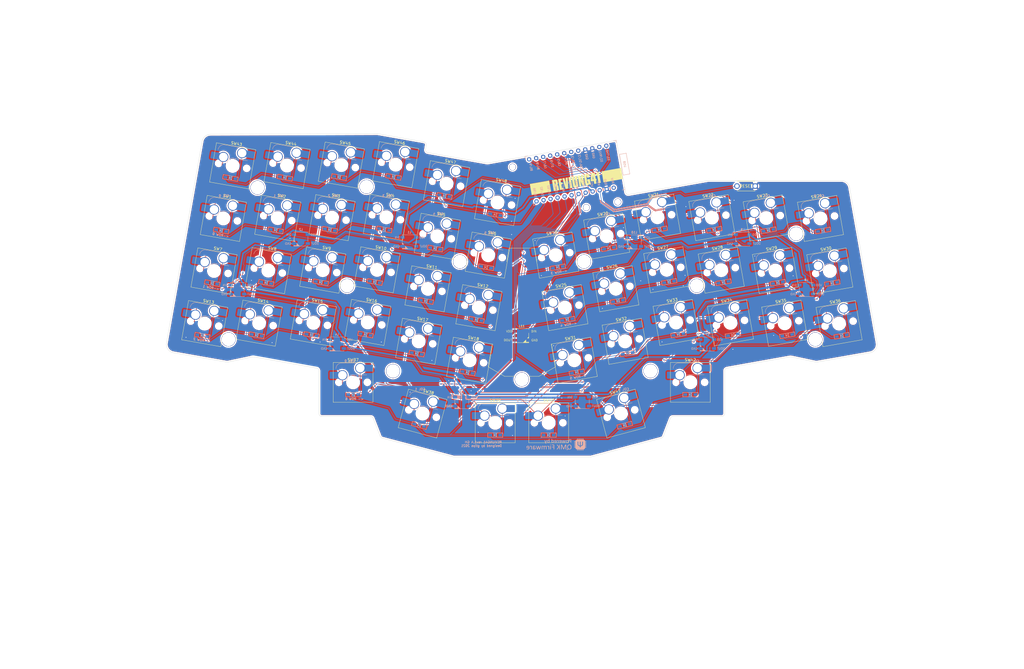
<source format=kicad_pcb>
(kicad_pcb (version 20211014) (generator pcbnew)
  (title_block (title "REVIUNG41") (date "2021-05-31") (rev "1.4"))
  (layers (0 "F.Cu" signal) (31 "B.Cu" signal) (34 "B.Paste" user) (35 "F.Paste" user) (36 "B.SilkS" user "B.Silkscreen") (37 "F.SilkS" user "F.Silkscreen") (38 "B.Mask" user) (39 "F.Mask" user) (44 "Edge.Cuts" user))
  (net 0 "")
  (net 1 "Net-(D1-Pad2)")
  (net 2 "row0")
  (net 3 "Net-(D2-Pad2)")
  (net 4 "Net-(D3-Pad2)")
  (net 5 "Net-(D4-Pad2)")
  (net 6 "Net-(D5-Pad2)")
  (net 7 "Net-(D6-Pad2)")
  (net 8 "row1")
  (net 9 "Net-(D7-Pad2)")
  (net 10 "Net-(D8-Pad2)")
  (net 11 "Net-(D9-Pad2)")
  (net 12 "Net-(D10-Pad2)")
  (net 13 "Net-(D11-Pad2)")
  (net 14 "Net-(D12-Pad2)")
  (net 15 "row2")
  (net 16 "Net-(D13-Pad2)")
  (net 17 "Net-(D14-Pad2)")
  (net 18 "Net-(D15-Pad2)")
  (net 19 "Net-(D16-Pad2)")
  (net 20 "Net-(D17-Pad2)")
  (net 21 "Net-(D18-Pad2)")
  (net 22 "row3")
  (net 23 "Net-(D19-Pad2)")
  (net 24 "Net-(D20-Pad2)")
  (net 25 "Net-(D21-Pad2)")
  (net 26 "Net-(D22-Pad2)")
  (net 27 "Net-(D23-Pad2)")
  (net 28 "Net-(D24-Pad2)")
  (net 29 "row4")
  (net 30 "Net-(D25-Pad2)")
  (net 31 "Net-(D26-Pad2)")
  (net 32 "Net-(D27-Pad2)")
  (net 33 "Net-(D28-Pad2)")
  (net 34 "Net-(D29-Pad2)")
  (net 35 "Net-(D30-Pad2)")
  (net 36 "row5")
  (net 37 "Net-(D31-Pad2)")
  (net 38 "Net-(D32-Pad2)")
  (net 39 "Net-(D33-Pad2)")
  (net 40 "Net-(D34-Pad2)")
  (net 41 "Net-(D35-Pad2)")
  (net 42 "Net-(D36-Pad2)")
  (net 43 "row6")
  (net 44 "Net-(D37-Pad2)")
  (net 45 "Net-(D38-Pad2)")
  (net 46 "Net-(D39-Pad2)")
  (net 47 "Net-(D40-Pad2)")
  (net 48 "Net-(D41-Pad2)")
  (net 49 "LED")
  (net 50 "VCC")
  (net 51 "GND")
  (net 52 "col0")
  (net 53 "col1")
  (net 54 "col2")
  (net 55 "col3")
  (net 56 "col4")
  (net 57 "col5")
  (net 58 "reset")
  (net 59 "Net-(L1-Pad2)")
  (net 60 "Net-(L2-Pad2)")
  (net 61 "Net-(L3-Pad2)")
  (net 62 "Net-(L4-Pad2)")
  (net 63 "Net-(L5-Pad2)")
  (net 64 "Net-(L6-Pad2)")
  (net 65 "Net-(L7-Pad2)")
  (net 66 "Net-(L8-Pad2)")
  (net 67 "Net-(L10-Pad4)")
  (net 68 "Net-(L10-Pad2)")
  (net 69 "row7")
  (net 70 "Net-(D43-Pad2)")
  (net 71 "Ned-(D44-Pad2)")
  (net 72 "Net-(D45-Pad2)")
  (net 73 "Net-(D46-Pad2)")
  (net 74 "Net-(D47-Pad2)")
  (net 75 "Net-(D48-Pad2)")
  (net 76 "Net-(D42-Pad2)")
  (footprint "customs:SW_Hotswap_Kailh_MX_plated" (layer "F.Cu") (at 38.004657 65.153678 -10)
    (fp_text reference "SW1")
    (fp_text value "SW_PUSH")
  )
  (footprint "customs:SW_Hotswap_Kailh_MX_plated" (layer "F.Cu") (at 57.394658 65.043677 -10)
    (fp_text reference "SW2")
    (fp_text value "SW_PUSH")
  )
  (footprint "customs:SW_Hotswap_Kailh_MX_plated" (layer "F.Cu") (at 76.744656 64.883678 -10)
    (fp_text reference "SW3")
    (fp_text value "SW_PUSH")
  )
  (footprint "customs:SW_Hotswap_Kailh_MX_plated" (layer "F.Cu") (at 96.114658 64.74368 -10)
    (fp_text reference "SW4")
    (fp_text value "SW_PUSH")
  )
  (footprint "customs:SW_Hotswap_Kailh_MX_plated" (layer "F.Cu") (at 114.264652 71.533673 -10)
    (fp_text reference "SW5")
    (fp_text value "SW_PUSH")
  )
  (footprint "customs:SW_Hotswap_Kailh_MX_plated" (layer "F.Cu") (at 132.434655 78.243682 -10)
    (fp_text reference "SW6")
    (fp_text value "SW_PUSH")
  )
  (footprint "customs:SW_Hotswap_Kailh_MX_plated" (layer "F.Cu") (at 34.674655 83.883675 -10)
    (fp_text reference "SW7")
    (fp_text value "SW_PUSH")
  )
  (footprint "customs:SW_Hotswap_Kailh_MX_plated" (layer "F.Cu") (at 54.034656 83.763679 -10)
    (fp_text reference "SW8")
    (fp_text value "SW_PUSH")
  )
  (footprint "customs:SW_Hotswap_Kailh_MX_plated" (layer "F.Cu") (at 73.434654 83.603676 -10)
    (fp_text reference "SW9")
    (fp_text value "SW_PUSH")
  )
  (footprint "customs:SW_Hotswap_Kailh_MX_plated" (layer "F.Cu") (at 92.794656 83.493673 -10)
    (fp_text reference "SW10")
    (fp_text value "SW_PUSH")
  )
  (footprint "customs:SW_Hotswap_Kailh_MX_plated" (layer "F.Cu") (at 110.944658 90.273671 -10)
    (fp_text reference "SW11")
    (fp_text value "SW_PUSH")
  )
  (footprint "customs:SW_Hotswap_Kailh_MX_plated" (layer "F.Cu") (at 129.09465 96.993674 -10)
    (fp_text reference "SW12")
    (fp_text value "SW_PUSH")
  )
  (footprint "customs:SW_Hotswap_Kailh_MX_plated" (layer "F.Cu") (at 31.354658 102.673672 -10)
    (fp_text reference "SW13")
    (fp_text value "SW_PUSH")
  )
  (footprint "customs:SW_Hotswap_Kailh_MX_plated" (layer "F.Cu") (at 50.754655 102.513671 -10)
    (fp_text reference "SW14")
    (fp_text value "SW_PUSH")
  )
  (footprint "customs:SW_Hotswap_Kailh_MX_plated" (layer "F.Cu") (at 70.094656 102.403681 -10)
    (fp_text reference "SW15")
    (fp_text value "SW_PUSH")
  )
  (footprint "customs:SW_Hotswap_Kailh_MX_plated" (layer "F.Cu") (at 89.479272 102.252048 -10)
    (fp_text reference "SW16")
    (fp_text value "SW_PUSH")
  )
  (footprint "customs:SW_Hotswap_Kailh_MX_plated" (layer "F.Cu") (at 107.634655 109.00368 -10)
    (fp_text reference "SW17")
    (fp_text value "SW_PUSH")
  )
  (footprint "customs:SW_Hotswap_Kailh_MX_plated" (layer "F.Cu") (at 125.784657 115.763676 -10)
    (fp_text reference "SW18")
    (fp_text value "SW_PUSH")
  )
  (footprint "customs:SW_Hotswap_Kailh_MX_plated" (layer "F.Cu") (at 156.494651 78.243682 10)
    (fp_text reference "SW19")
    (fp_text value "SW_PUSH")
  )
  (footprint "customs:SW_Hotswap_Kailh_MX_plated" (layer "F.Cu") (at 174.64465 71.463676 10)
    (fp_text reference "SW20")
    (fp_text value "SW_PUSH")
  )
  (footprint "customs:SW_Hotswap_Kailh_MX_plated" (layer "F.Cu") (at 192.774658 64.723679 10)
    (fp_text reference "SW21")
    (fp_text value "SW_PUSH")
  )
  (footprint "customs:SW_Hotswap_Kailh_MX_plated" (layer "F.Cu") (at 212.164655 64.863676 10)
    (fp_text reference "SW22")
    (fp_text value "SW_PUSH")
  )
  (footprint "customs:SW_Hotswap_Kailh_MX_plated" (layer "F.Cu") (at 231.534656 64.993682 10)
    (fp_text reference "SW23")
    (fp_text value "SW_PUSH")
  )
  (footprint "customs:SW_Hotswap_Kailh_MX_plated" (layer "F.Cu") (at 250.874654 65.153677 10)
    (fp_text reference "SW24")
    (fp_text value "SW_PUSH")
  )
  (footprint "customs:SW_Hotswap_Kailh_MX_plated" (layer "F.Cu") (at 159.764658 96.973673 10)
    (fp_text reference "SW25")
    (fp_text value "SW_PUSH")
  )
  (footprint "customs:SW_Hotswap_Kailh_MX_plated" (layer "F.Cu") (at 177.934655 90.233671 10)
    (fp_text reference "SW26")
    (fp_text value "SW_PUSH")
  )
  (footprint "customs:SW_Hotswap_Kailh_MX_plated" (layer "F.Cu") (at 196.064656 83.463675 10)
    (fp_text reference "SW27")
    (fp_text value "SW_PUSH")
  )
  (footprint "customs:SW_Hotswap_Kailh_MX_plated" (layer "F.Cu") (at 215.494658 83.603682 10)
    (fp_text reference "SW28")
    (fp_text value "SW_PUSH")
  )
  (footprint "customs:SW_Hotswap_Kailh_MX_plated" (layer "F.Cu") (at 234.824657 83.763672 10)
    (fp_text reference "SW29")
    (fp_text value "SW_PUSH")
  )
  (footprint "customs:SW_Hotswap_Kailh_MX_plated" (layer "F.Cu") (at 254.214657 83.883673 10)
    (fp_text reference "SW30")
    (fp_text value "SW_PUSH")
  )
  (footprint "customs:SW_Hotswap_Kailh_MX_plated" (layer "F.Cu") (at 163.114655 115.743678 10)
    (fp_text reference "SW31")
    (fp_text value "SW_PUSH")
  )
  (footprint "customs:SW_Hotswap_Kailh_MX_plated" (layer "F.Cu") (at 181.244654 108.983684 10)
    (fp_text reference "SW32")
    (fp_text value "SW_PUSH")
  )
  (footprint "customs:SW_Hotswap_Kailh_MX_plated" (layer "F.Cu") (at 199.394653 102.263672 10)
    (fp_text reference "SW33")
    (fp_text value "SW_PUSH")
  )
  (footprint "customs:SW_Hotswap_Kailh_MX_plated" (layer "F.Cu") (at 218.784649 102.373674 10)
    (fp_text reference "SW34")
    (fp_text value "SW_PUSH")
  )
  (footprint "customs:SW_Hotswap_Kailh_MX_plated" (layer "F.Cu") (at 238.134657 102.533679 10)
    (fp_text reference "SW35")
    (fp_text value "SW_PUSH")
  )
  (footprint "customs:SW_Hotswap_Kailh_MX_plated" (layer "F.Cu") (at 257.504659 102.673675 10)
    (fp_text reference "SW36")
    (fp_text value "SW_PUSH")
  )
  (footprint "customs:SW_Hotswap_Kailh_MX_plated" (layer "F.Cu") (at 84.254658 123.623675)
    (fp_text reference "SW37")
    (fp_text value "SW_PUSH")
  )
  (footprint "customs:SW_Hotswap_Kailh_MX_plated" (layer "F.Cu") (at 109.026914 134.768555 -15)
    (fp_text reference "SW38")
    (fp_text value "SW_PUSH")
  )
  (footprint "customs:SW_Hotswap_Kailh_MX_plated" (layer "F.Cu") (at 134.919652 138.053676)
    (fp_text reference "SW39")
    (fp_text value "SW_2U_PUSH")
  )
  (footprint "customs:SW_Hotswap_Kailh_MX_plated" (layer "F.Cu") (at 179.754656 134.763672 15)
    (fp_text reference "SW41")
    (fp_text value "SW_PUSH")
  )
  (footprint "customs:SW_Hotswap_Kailh_MX_plated" (layer "F.Cu") (at 204.494658 123.603674)
    (fp_text reference "SW42")
    (fp_text value "SW_PUSH")
  )
  (footprint "_reviung-kbd:ResetSW_1side" (layer "F.Cu") (at 224.355412 53.603958 180)
    (fp_text reference "RESET1" hide)
    (fp_text value "SW_PUSH" hide)
  )
  (footprint "_reviung-kbd:LED_WS2812B_PLCC4_5.0x5.0mm_P3.2mm" (layer "F.Cu") (at 144.394657 106.973669)
    (fp_text reference "L11")
    (fp_text value "WS2812B")
  )
  (footprint "_reviung-kbd:HOLE" (layer "F.Cu") (at 50.19112 54.14537)
    (fp_text reference "H1")
    (fp_text value "H1")
  )
  (footprint "_reviung-kbd:HOLE" (layer "F.Cu") (at 39.854658 108.293686)
    (fp_text reference "H2")
    (fp_text value "H2")
  )
  (footprint "_reviung-kbd:HOLE" (layer "F.Cu") (at 82.124657 89.153674)
    (fp_text reference "H3")
    (fp_text value "H3")
  )
  (footprint "_reviung-kbd:HOLE" (layer "F.Cu") (at 98.494652 119.583678)
    (fp_text reference "H4")
    (fp_text value "H4")
  )
  (footprint "_reviung-kbd:HOLE" (layer "F.Cu") (at 144.384653 122.583678)
    (fp_text reference "H6")
    (fp_text value "H6")
  )
  (footprint "_reviung-kbd:HOLE" (layer "F.Cu") (at 190.284651 119.583669)
    (fp_text reference "H8")
    (fp_text value "H8")
  )
  (footprint "_reviung-kbd:HOLE" (layer "F.Cu") (at 206.774656 89.143673)
    (fp_text reference "H9")
    (fp_text value "H9")
  )
  (footprint "_reviung-kbd:HOLE" (layer "F.Cu") (at 249.044651 108.293672)
    (fp_text reference "H10")
    (fp_text value "H10")
  )
  (footprint "_reviung-kbd:HOLE" (layer "F.Cu") (at 242.194654 70.633674)
    (fp_text reference "H11")
    (fp_text value "H11")
  )
  (footprint "_reviung-kbd:HOLE" (layer "F.Cu") (at 166.564657 80.533672)
    (fp_text reference "H7")
    (fp_text value "H7")
  )
  (footprint "_reviung-kbd:HOLE" (layer "F.Cu") (at 122.344657 80.533678)
    (fp_text reference "H5")
    (fp_text value "H5")
  )
  (footprint "_reviung-kbd:reviung41-bsilk-center-x4-ver1" (layer "F.Cu") (at 163.858872 51.965661 10)
    (fp_text reference "G***" hide)
    (fp_text value "LOGO" hide)
  )
  (footprint "customs:SW_Hotswap_Kailh_MX_plated" (layer "F.Cu") (at 117.572659 52.773082 -10)
    (fp_text reference "SW47")
    (fp_text value "SW_PUSH")
  )
  (footprint "customs:SW_Hotswap_Kailh_MX_plated" (layer "F.Cu") (at 153.969655 138.053675)
    (fp_text reference "SW40")
    (fp_text value "SW_2U_PUSH")
  )
  (footprint "customs:SW_Hotswap_Kailh_MX_plated" (layer "F.Cu") (at 135.742649 59.483085 -10)
    (fp_text reference "SW48")
    (fp_text value "SW_PUSH")
  )
  (footprint "customs:SW_Hotswap_Kailh_MX_plated" (layer "F.Cu") (at 80.052653 46.123077 -10)
    (fp_text reference "SW45")
    (fp_text value "SW_PUSH")
  )
  (footprint "customs:SW_Hotswap_Kailh_MX_plated" (layer "F.Cu") (at 41.312656 46.393082 -10)
    (fp_text reference "SW43")
    (fp_text value "SW_PUSH")
  )
  (footprint "customs:SW_Hotswap_Kailh_MX_plated" (layer "F.Cu") (at 60.702652 46.28309 -10)
    (fp_text reference "SW44")
    (fp_text value "SW_PUSH")
  )
  (footprint "customs:SW_Hotswap_Kailh_MX_plated" (layer "F.Cu") (at 99.42265 45.983085 -10)
    (fp_text reference "SW46")
    (fp_text value "SW_PUSH")
  )
  (footprint "" (layer "F.Cu") (at 89.041416 53.829214 -10)
    (fp_text reference "")
    (fp_text value "")
  )
  (footprint "_reviung-kbd:D3_SMD_1side" (layer "B.Cu") (at 37.224654 69.483672 -10)
    (fp_text reference "D1" hide)
    (fp_text value "1N4148W" hide)
  )
  (footprint "_reviung-kbd:D3_SMD_1side" (layer "B.Cu") (at 56.644658 69.373667 -10)
    (fp_text reference "D2" hide)
    (fp_text value "1N4148W" hide)
  )
  (footprint "_reviung-kbd:D3_SMD_1side" (layer "B.Cu") (at 75.964654 69.18367 -10)
    (fp_text reference "D3" hide)
    (fp_text value "1N4148W" hide)
  )
  (footprint "_reviung-kbd:D3_SMD_1side" (layer "B.Cu") (at 95.374653 69.083672 -10)
    (fp_text reference "D4" hide)
    (fp_text value "1N4148W" hide)
  )
  (footprint "_reviung-kbd:D3_SMD_1side" (layer "B.Cu") (at 113.524656 75.873676 -10)
    (fp_text reference "D5" hide)
    (fp_text value "1N4148W" hide)
  )
  (footprint "_reviung-kbd:D3_SMD_1side" (layer "B.Cu") (at 131.664654 82.573675 -10)
    (fp_text reference "D6" hide)
    (fp_text value "1N4148W" hide)
  )
  (footprint "_reviung-kbd:D3_SMD_1side" (layer "B.Cu") (at 34.044653 88.243677 -10)
    (fp_text reference "D7" hide)
    (fp_text value "1N4148W" hide)
  )
  (footprint "_reviung-kbd:D3_SMD_1side" (layer "B.Cu") (at 53.274655 88.093678 -10)
    (fp_text reference "D8" hide)
    (fp_text value "1N4148W" hide)
  )
  (footprint "_reviung-kbd:D3_SMD_1side" (layer "B.Cu") (at 72.734657 87.943675 -10)
    (fp_text reference "D9" hide)
    (fp_text value "1N4148W" hide)
  )
  (footprint "_reviung-kbd:D3_SMD_1side" (layer "B.Cu") (at 91.994655 87.823677 -10)
    (fp_text reference "D10" hide)
    (fp_text value "1N4148W" hide)
  )
  (footprint "_reviung-kbd:D3_SMD_1side" (layer "B.Cu") (at 110.174652 94.603674 -10)
    (fp_text reference "D11" hide)
    (fp_text value "1N4148W" hide)
  )
  (footprint "_reviung-kbd:D3_SMD_1side" (layer "B.Cu") (at 128.254656 101.303673 -10)
    (fp_text reference "D12" hide)
    (fp_text value "1N4148W" hide)
  )
  (footprint "_reviung-kbd:D3_SMD_1side" (layer "B.Cu") (at 30.504655 106.993674 -10)
    (fp_text reference "D13" hide)
    (fp_text value "1N4148W" hide)
  )
  (footprint "_reviung-kbd:D3_SMD_1side" (layer "B.Cu") (at 49.864655 106.823679 -10)
    (fp_text reference "D14" hide)
    (fp_text value "1N4148W" hide)
  )
  (footprint "_reviung-kbd:D3_SMD_1side" (layer "B.Cu") (at 69.434657 106.753672 -10)
    (fp_text reference "D15" hide)
    (fp_text value "1N4148W" hide)
  )
  (footprint "_reviung-kbd:D3_SMD_1side" (layer "B.Cu") (at 88.684652 106.583679 -10)
    (fp_text reference "D16" hide)
    (fp_text value "1N4148W" hide)
  )
  (footprint "_reviung-kbd:D3_SMD_1side" (layer "B.Cu") (at 106.944654 113.353671 -10)
    (fp_text reference "D17" hide)
    (fp_text value "1N4148W" hide)
  )
  (footprint "_reviung-kbd:D3_SMD_1side" (layer "B.Cu") (at 125.054651 120.093674 -10)
    (fp_text reference "D18" hide)
    (fp_text value "1N4148W" hide)
  )
  (footprint "_reviung-kbd:D3_SMD_1side" (layer "B.Cu") (at 157.254656 82.583679 10)
    (fp_text reference "D19" hide)
    (fp_text value "1N4148W" hide)
  )
  (footprint "_reviung-kbd:D3_SMD_1side" (layer "B.Cu") (at 175.504657 75.763669 10)
    (fp_text reference "D20" hide)
    (fp_text value "1N4148W" hide)
  )
  (footprint "_reviung-kbd:D3_SMD_1side" (layer "B.Cu") (at 193.524648 69.063674 10)
    (fp_text reference "D21" hide)
    (fp_text value "1N4148W" hide)
  )
  (footprint "_reviung-kbd:D3_SMD_1side" (layer "B.Cu") (at 213.004655 69.163672 10)
    (fp_text reference "D22" hide)
    (fp_text value "1N4148W" hide)
  )
  (footprint "_reviung-kbd:D3_SMD_1side" (layer "B.Cu") (at 232.354653 69.363685 10)
    (fp_text reference "D23" hide)
    (fp_text value "1N4148W" hide)
  )
  (footprint "_reviung-kbd:D3_SMD_1side" (layer "B.Cu") (at 251.764657 69.463671 10)
    (fp_text reference "D24" hide)
    (fp_text value "1N4148W" hide)
  )
  (footprint "_reviung-kbd:D3_SMD_1side" (layer "B.Cu") (at 160.634656 101.263676 10)
    (fp_text reference "D25" hide)
    (fp_text value "1N4148W" hide)
  )
  (footprint "_reviung-kbd:D3_SMD_1side" (layer "B.Cu") (at 178.724655 94.573681 10)
    (fp_text reference "D26" hide)
    (fp_text value "1N4148W" hide)
  )
  (footprint "_reviung-kbd:D3_SMD_1side" (layer "B.Cu") (at 196.944655 87.783682 10)
    (fp_text reference "D27" hide)
    (fp_text value "1N4148W" hide)
  )
  (footprint "_reviung-kbd:D3_SMD_1side" (layer "B.Cu") (at 216.314652 87.91368 10)
    (fp_text reference "D28" hide)
    (fp_text value "1N4148W" hide)
  )
  (footprint "_reviung-kbd:D3_SMD_1side" (layer "B.Cu") (at 235.694658 88.083677 10)
    (fp_text reference "D29" hide)
    (fp_text value "1N4148W" hide)
  )
  (footprint "_reviung-kbd:D3_SMD_1side" (layer "B.Cu") (at 255.074657 88.213677 10)
    (fp_text reference "D30" hide)
    (fp_text value "1N4148W" hide)
  )
  (footprint "_reviung-kbd:D3_SMD_1side" (layer "B.Cu") (at 164.014652 120.043673 10)
    (fp_text reference "D31" hide)
    (fp_text value "1N4148W" hide)
  )
  (footprint "_reviung-kbd:D3_SMD_1side" (layer "B.Cu") (at 182.164651 113.293674 10)
    (fp_text reference "D32" hide)
    (fp_text value "1N4148W" hide)
  )
  (footprint "_reviung-kbd:D3_SMD_1side" (layer "B.Cu") (at 200.254656 106.533683 10)
    (fp_text reference "D33" hide)
    (fp_text value "1N4148W" hide)
  )
  (footprint "_reviung-kbd:D3_SMD_1side" (layer "B.Cu") (at 219.664652 106.693671 10)
    (fp_text reference "D34" hide)
    (fp_text value "1N4148W" hide)
  )
  (footprint "_reviung-kbd:D3_SMD_1side" (layer "B.Cu") (at 239.044655 106.833678 10)
    (fp_text reference "D35" hide)
    (fp_text value "1N4148W" hide)
  )
  (footprint "_reviung-kbd:D3_SMD_1side" (layer "B.Cu") (at 258.454652 106.993674 10)
    (fp_text reference "D36" hide)
    (fp_text value "1N4148W" hide)
  )
  (footprint "_reviung-kbd:D3_SMD_1side" (layer "B.Cu") (at 84.334656 127.993674)
    (fp_text reference "D37" hide)
    (fp_text value "1N4148W" hide)
  )
  (footprint "_reviung-kbd:D3_SMD_1side" (layer "B.Cu") (at 107.864656 138.993676 -15)
    (fp_text reference "D38" hide)
    (fp_text value "1N4148W" hide)
  )
  (footprint "_reviung-kbd:D3_SMD_1side" (layer "B.Cu") (at 134.929655 142.443679)
    (fp_text reference "D39" hide)
    (fp_text value "1N4148W" hide)
  )
  (footprint "_reviung-kbd:D3_SMD_1side" (layer "B.Cu") (at 181.114658 138.913672 15)
    (fp_text reference "D40" hide)
    (fp_text value "1N4148W" hide)
  )
  (footprint "_reviung-kbd:D3_SMD_1side" (layer "B.Cu") (at 204.504657 128.003669)
    (fp_text reference "D41" hide)
    (fp_text value "1N4148W" hide)
  )
  (footprint "_reviung-kbd:LED_WS2812B_PLCC4_5.0x5.0mm_P3.2mm" (layer "B.Cu") (at 104.314654 73.493677 180)
    (fp_text reference "L1")
    (fp_text value "WS2812B")
  )
  (footprint "_reviung-kbd:LED_WS2812B_PLCC4_5.0x5.0mm_P3.2mm" (layer "B.Cu") (at 65.664658 72.503675 180)
    (fp_text reference "L2")
    (fp_text value "WS2812B")
  )
  (footprint "_reviung-kbd:LED_WS2812B_PLCC4_5.0x5.0mm_P3.2mm" (layer "B.Cu") (at 42.994655 90.52367 180)
    (fp_text reference "L3")
    (fp_text value "WS2812B")
  )
  (footprint "_reviung-kbd:LED_WS2812B_PLCC4_5.0x5.0mm_P3.2mm" (layer "B.Cu") (at 78.484653 109.963676 180)
    (fp_text reference "L4")
    (fp_text value "WS2812B")
  )
  (footprint "_reviung-kbd:LED_WS2812B_PLCC4_5.0x5.0mm_P3.2mm" (layer "B.Cu") (at 123.034654 130.513672 180)
    (fp_text reference "L5")
    (fp_text value "WS2812B")
  )
  (footprint "_reviung-kbd:LED_WS2812B_PLCC4_5.0x5.0mm_P3.2mm" (layer "B.Cu") (at 165.914656 130.493673 180)
    (fp_text reference "L6")
    (fp_text value "WS2812B")
  )
  (footprint "_reviung-kbd:LED_WS2812B_PLCC4_5.0x5.0mm_P3.2mm" (layer "B.Cu") (at 210.464649 109.963678 180)
    (fp_text reference "L7")
    (fp_text value "WS2812B")
  )
  (footprint "_reviung-kbd:LED_WS2812B_PLCC4_5.0x5.0mm_P3.2mm" (layer "B.Cu") (at 245.814654 90.513677 180)
    (fp_text reference "L8")
    (fp_text value "WS2812B")
  )
  (footprint "_reviung-kbd:LED_WS2812B_PLCC4_5.0x5.0mm_P3.2mm" (layer "B.Cu") (at 223.124656 72.523673 180)
    (fp_text reference "L9")
    (fp_text value "WS2812B")
  )
  (footprint "_reviung-kbd:LED_WS2812B_PLCC4_5.0x5.0mm_P3.2mm" (layer "B.Cu") (at 184.464653 73.523673 180)
    (fp_text reference "L10")
    (fp_text value "WS2812B")
  )
  (footprint "_reviung-kbd:QMK-x4-ver1" (layer "B.Cu") (at 156.734939 145.798746 180)
    (fp_text reference "G***" hide)
    (fp_text value "LOGO" hide)
  )
  (footprint "_reviung-kbd:HOLE_2.2mm" (layer "B.Cu") (at 167.402291 61.263734 180)
    (fp_text reference "H13")
    (fp_text value "H13")
  )
  (footprint "_reviung-kbd:D3_SMD_1side" (layer "B.Cu") (at 134.972656 63.813081 -10)
    (fp_text reference "D6" hide)
    (fp_text value "1N4148W" hide)
  )
  (footprint "_reviung-kbd:D3_SMD_1side" (layer "B.Cu") (at 98.682651 50.323087 -10)
    (fp_text reference "D4" hide)
    (fp_text value "1N4148W" hide)
  )
  (footprint "_reviung-kbd:D3_SMD_1side" (layer "B.Cu") (at 116.832644 57.113085 -10)
    (fp_text reference "D5" hide)
    (fp_text value "1N4148W" hide)
  )
  (footprint "_reviung-kbd:D3_SMD_1side" (layer "B.Cu") (at 40.532656 50.723082 -10)
    (fp_text reference "D1" hide)
    (fp_text value "1N4148W" hide)
  )
  (footprint "_reviung-kbd:D3_SMD_1side" (layer "B.Cu") (at 59.952649 50.613092 -10)
    (fp_text reference "D2" hide)
    (fp_text value "1N4148W" hide)
  )
  (footprint "_reviung-kbd:HOLE_2.2mm" (layer "B.Cu") (at 178.642288 59.263735 180)
    (fp_text reference "H12")
    (fp_text value "H12")
  )
  (footprint "_reviung-kbd:D3_SMD_1side" (layer "B.Cu") (at 79.272657 50.423084 -10)
    (fp_text reference "D3" hide)
    (fp_text value "1N4148W" hide)
  )
  (footprint "_reviung-kbd:ProMicro" (layer "B.Cu") (at 161.582289 49.223733 100)
    (fp_text reference "U1" hide)
    (fp_text value "ProMicro" hide)
  )
  (footprint "_reviung-kbd:HOLE_2.2mm" (layer "B.Cu") (at 141.102291 46.823735 180)
    (fp_text reference "H14")
    (fp_text value "H14")
  )
  (footprint "_reviung-kbd:D3_SMD_1side" (layer "B.Cu") (at 153.979655 142.443677)
    (fp_text reference "D39" hide)
    (fp_text value "1N4148W" hide)
  )
  (gr_line (start 156.424654 118.083674) (end 155.014653 110.033681) (layer "F.SilkS") (width 0.12))
  (gr_line (start 138.224652 121.463681) (end 141.994657 121.463675) (layer "F.SilkS") (width 0.12))
  (gr_line (start 133.794652 110.153675) (end 132.414649 118.083675) (layer "F.SilkS") (width 0.12))
  (gr_line (start 150.524652 121.463674) (end 156.424654 118.083674) (layer "F.SilkS") (width 0.12))
  (gr_line (start 139.044656 80.573681) (end 139.864656 75.773679) (layer "F.SilkS") (width 0.12))
  (gr_line (start 146.844658 121.463683) (end 150.524652 121.463674) (layer "F.SilkS") (width 0.12))
  (gr_line (start 148.954654 75.773681) (end 149.814654 80.613674) (layer "F.SilkS") (width 0.12))
  (gr_line (start 139.864656 75.773679) (end 148.954654 75.773681) (layer "F.SilkS") (width 0.12))
  (gr_line (start 132.414649 118.083675) (end 138.224652 121.463681) (layer "F.SilkS") (width 0.12))
  (gr_curve (pts (xy 20.192444 113.043713) (xy 20.192444 113.043713) (xy 39.000543 116.354214) (xy 39.000543 116.354214)) (layer "Edge.Cuts") (width 0.1))
  (gr_curve (pts (xy 169.009382 150.221433) (xy 169.009382 150.221433) (xy 194.149134 143.490392) (xy 194.149134 143.490392)) (layer "Edge.Cuts") (width 0.1))
  (gr_curve (pts (xy 30.470739 37.632605) (xy 30.723568 36.198859) (xy 31.969295 35.153589) (xy 33.425158 35.153592)) (layer "Edge.Cuts") (width 0.1))
  (gr_line (start 132.142079 45.446298) (end 177.458299 37.45589) (layer "Edge.Cuts") (width 0.1))
  (gr_arc (start 177.458299 37.45589) (mid 177.98545 37.735436) (end 178.256289 38.267096) (layer "Edge.Cuts") (width 0.1))
  (gr_curve (pts (xy 240.604025 114.555502) (xy 240.604025 114.555502) (xy 249.021144 116.340736) (xy 249.021144 116.340736)) (layer "Edge.Cuts") (width 0.1))
  (gr_arc (start 109.502703 37.861013) (mid 110.148237 38.272264) (end 110.313903 39.019525) (layer "Edge.Cuts") (width 0.1))
  (gr_line (start 110.857698 41.693989) (end 132.142079 45.446298) (layer "Edge.Cuts") (width 0.1))
  (gr_line (start 90.516842 135.773675) (end 73.114652 135.773671) (layer "Edge.Cuts") (width 0.1))
  (gr_line (start 71.29086 118.538062) (end 48.986108 114.545402) (layer "Edge.Cuts") (width 0.1))
  (gr_line (start 258.270688 51.620636) (end 210.9987 51.621067) (layer "Edge.Cuts") (width 0.1))
  (gr_curve (pts (xy 48.221012 114.557144) (xy 48.472914 114.504031) (xy 48.732699 114.500035) (xy 48.986108 114.545402)) (layer "Edge.Cuts") (width 0.1))
  (gr_curve (pts (xy 197.330028 136.412515) (xy 197.479159 136.027477) (xy 197.849618 135.773673) (xy 198.262535 135.773679)) (layer "Edge.Cuts") (width 0.1))
  (gr_line (start 92.970645 34.945964) (end 109.502703 37.861013) (layer "Edge.Cuts") (width 0.1))
  (gr_curve (pts (xy 216.682487 134.773672) (xy 216.682487 134.773672) (xy 216.682484 119.513263) (xy 216.682484 119.513263)) (layer "Edge.Cuts") (width 0.1))
  (gr_curve (pts (xy 39.000543 116.354214) (xy 39.252159 116.398504) (xy 39.509933 116.394172) (xy 39.759925 116.341454)) (layer "Edge.Cuts") (width 0.1))
  (gr_line (start 268.572468 113.043825) (end 249.783099 116.353919) (layer "Edge.Cuts") (width 0.1))
  (gr_curve (pts (xy 90.516842 135.773675) (xy 90.929472 135.773679) (xy 91.299736 136.027121) (xy 91.449059 136.411786)) (layer "Edge.Cuts") (width 0.1))
  (gr_curve (pts (xy 17.758318 109.566719) (xy 17.46963 111.199174) (xy 18.559744 112.756332) (xy 20.192444 113.043713)) (layer "Edge.Cuts") (width 0.1))
  (gr_line (start 182.514243 56.648608) (end 210.9987 51.621067) (layer "Edge.Cuts") (width 0.1))
  (gr_curve (pts (xy 71.29086 118.538062) (xy 71.767594 118.623409) (xy 72.11466 119.038101) (xy 72.114653 119.522415)) (layer "Edge.Cuts") (width 0.1))
  (gr_curve (pts (xy 120.114947 150.221433) (xy 119.822722 150.221434) (xy 169.009382 150.221433) (xy 169.009382 150.221433)) (layer "Edge.Cuts") (width 0.1))
  (gr_line (start 92.970645 34.945964) (end 33.425158 35.153592) (layer "Edge.Cuts") (width 0.1))
  (gr_curve (pts (xy 198.262535 135.773679) (xy 198.262535 135.773679) (xy 215.682489 135.773682) (xy 215.682489 135.773682)) (layer "Edge.Cuts") (width 0.1))
  (gr_line (start 110.313903 39.019525) (end 110.046499 40.535477) (layer "Edge.Cuts") (width 0.1))
  (gr_curve (pts (xy 249.021144 116.340736) (xy 249.271934 116.393925) (xy 249.530615 116.3984) (xy 249.783099 116.353919)) (layer "Edge.Cuts") (width 0.1))
  (gr_curve (pts (xy 182.514243 56.648608) (xy 181.970324 56.744515) (xy 181.451645 56.381317) (xy 181.355771 55.837398)) (layer "Edge.Cuts") (width 0.1))
  (gr_curve (pts (xy 215.682489 135.773682) (xy 216.234768 135.773669) (xy 216.682484 135.325963) (xy 216.682487 134.773672)) (layer "Edge.Cuts") (width 0.1))
  (gr_line (start 261.225107 54.099649) (end 271.006399 109.568345) (layer "Edge.Cuts") (width 0.1))
  (gr_curve (pts (xy 217.506782 118.528821) (xy 217.506782 118.528821) (xy 239.837651 114.543092) (xy 239.837651 114.543092)) (layer "Edge.Cuts") (width 0.1))
  (gr_line (start 91.449059 136.411786) (end 93.962359 142.885924) (layer "Edge.Cuts") (width 0.1))
  (gr_curve (pts (xy 72.114656 134.773676) (xy 72.114655 135.325961) (xy 72.562366 135.773675) (xy 73.114652 135.773671)) (layer "Edge.Cuts") (width 0.1))
  (gr_curve (pts (xy 39.759925 116.341454) (xy 39.759925 116.341454) (xy 48.221012 114.557144) (xy 48.221012 114.557144)) (layer "Edge.Cuts") (width 0.1))
  (gr_curve (pts (xy 216.682484 119.513263) (xy 216.682491 119.02876) (xy 217.029816 118.613951) (xy 217.506782 118.528821)) (layer "Edge.Cuts") (width 0.1))
  (gr_curve (pts (xy 261.225107 54.099649) (xy 260.972278 52.665904) (xy 259.726551 51.620633) (xy 258.270688 51.620636)) (layer "Edge.Cuts") (width 0.1))
  (gr_curve (pts (xy 72.114653 119.522415) (xy 72.114653 119.522415) (xy 72.114656 134.773676) (xy 72.114656 134.773676)) (layer "Edge.Cuts") (width 0.1))
  (gr_curve (pts (xy 93.962359 142.885924) (xy 94.077808 143.183293) (xy 94.328199 143.407751) (xy 94.636379 143.490112)) (layer "Edge.Cuts") (width 0.1))
  (gr_line (start 120.114947 150.221433) (end 94.636379 143.490112) (layer "Edge.Cuts") (width 0.1))
  (gr_curve (pts (xy 194.823007 142.885573) (xy 194.823007 142.885573) (xy 197.330028 136.412515) (xy 197.330028 136.412515)) (layer "Edge.Cuts") (width 0.1))
  (gr_curve (pts (xy 239.837651 114.543092) (xy 240.091514 114.497776) (xy 240.351758 114.501994) (xy 240.604025 114.555502)) (layer "Edge.Cuts") (width 0.1))
  (gr_curve (pts (xy 30.470739 37.632605) (xy 27.567429 54.098088) (xy 17.758318 109.566719) (xy 17.758318 109.566719)) (layer "Edge.Cuts") (width 0.1))
  (gr_line (start 178.256289 38.267096) (end 181.355771 55.837398) (layer "Edge.Cuts") (width 0.1))
  (gr_curve (pts (xy 268.572468 113.043825) (xy 270.204388 112.756325) (xy 271.294162 111.200207) (xy 271.006399 109.568345)) (layer "Edge.Cuts") (width 0.1))
  (gr_curve (pts (xy 194.149134 143.490392) (xy 194.457403 143.407861) (xy 194.70775 143.183156) (xy 194.823007 142.885573)) (layer "Edge.Cuts") (width 0.1))
  (gr_arc (start 110.857698 41.693989) (mid 110.212163 41.282737) (end 110.046499 40.535477) (layer "Edge.Cuts") (width 0.1))
  (gr_text "<-ROW 0" (at 37.044653 71.103679 -10) (layer "B.SilkS") (effects (font (size 0.8 0.8)) (justify mirror)))
  (gr_text "<-ROW 3" (at 157.674654 84.253678 10) (layer "B.SilkS") (effects (font (size 0.8 0.8)) (justify mirror)))
  (gr_text "<-ROW 1" (at 33.584654 89.853673 -10) (layer "B.SilkS") (effects (font (size 0.8 0.8)) (justify mirror)))
  (gr_text "COL 4" (at 230.984652 57.053669) (layer "B.SilkS") (effects (font (size 0.8 0.8)) (justify mirror)))
  (gr_text "COL 5" (at 250.314661 57.053674) (layer "B.SilkS") (effects (font (size 0.8 0.8)) (justify mirror)))
  (gr_text "COL 1" (at 174.084654 63.633675) (layer "B.SilkS") (effects (font (size 0.8 0.8)) (justify mirror)))
  (gr_text "COL 2" (at 192.214657 57.053675) (layer "B.SilkS") (effects (font (size 0.8 0.8)) (justify mirror)))
  (gr_text "COL 1" (at 57.734654 57.05368) (layer "B.SilkS") (effects (font (size 0.8 0.8)) (justify mirror)))
  (gr_text "<-ROW 4" (at 161.084658 102.963673 10) (layer "B.SilkS") (effects (font (size 0.8 0.8)) (justify mirror)))
  (gr_text "COL 0" (at 83.054655 115.99368) (layer "B.SilkS") (effects (font (size 0.8 0.8)) (justify mirror)))
  (gr_text "COL 4" (at 205.774654 116.013678) (layer "B.SilkS") (effects (font (size 0.8 0.8)) (justify mirror)))
  (gr_text "COL 3" (at 180.774654 126.053679) (layer "B.SilkS") (effects (font (size 0.8 0.8)) (justify mirror)))
  (gr_text "COL 4" (at 114.604651 63.523676) (layer "B.SilkS") (effects (font (size 0.8 0.8)) (justify mirror)))
  (gr_text "COL 1" (at 108.134648 126.05367) (layer "B.SilkS") (effects (font (size 0.8 0.8)) (justify mirror)))
  (gr_text "COL 5" (at 132.854656 70.303672) (layer "B.SilkS") (effects (font (size 0.8 0.8)) (justify mirror)))
  (gr_text "COL 2" (at 144.364658 130.143679) (layer "B.SilkS") (effects (font (size 0.8 0.8)) (justify mirror)))
  (gr_text "<- ROW 6" (at 84.724655 129.553671) (layer "B.SilkS") (effects (font (size 0.8 0.8)) (justify mirror)))
  (gr_text "COL 3" (at 211.594655 57.053675) (layer "B.SilkS") (effects (font (size 0.8 0.8)) (justify mirror)))
  (gr_text "COL 0" (at 155.954655 70.393673) (layer "B.SilkS") (effects (font (size 0.8 0.8)) (justify mirror)))
  (gr_text "<-ROW 2" (at 30.244656 108.633678 -10) (layer "B.SilkS") (effects (font (size 0.8 0.8)) (justify mirror)))
  (gr_text "REVIUNG41 rev1.4 GH\nDesigned by gtips 2021" (at 137.364648 145.608745) (layer "B.SilkS") (effects (font (size 0.8 0.8)) (justify left mirror)))
  (gr_text "COL 2" (at 77.17466 57.053677) (layer "B.SilkS") (effects (font (size 0.8 0.8)) (justify mirror)))
  (gr_text "COL 0" (at 38.224653 57.053678) (layer "B.SilkS") (effects (font (size 0.8 0.8)) (justify mirror)))
  (gr_text "COL 3" (at 96.564655 57.053681) (layer "B.SilkS") (effects (font (size 0.8 0.8)) (justify mirror)))
  (gr_text "<-ROW 5" (at 164.454658 121.703679 10) (layer "B.SilkS") (effects (font (size 0.8 0.8)) (justify mirror)))
  (segment (start 41.388202 60.591924) (end 39.877734 69.158185) (width 0.2) (layer "B.Cu") (net 1))
  (segment (start 39.877734 69.158185) (end 38.972688 69.791899) (width 0.2) (layer "B.Cu") (net 1))
  (segment (start 144.77865 79.098707) (end 145.092956 77.316198) (width 0.2) (layer "F.Cu") (net 2))
  (segment (start 96.8724 74.328308) (end 93.822441 69.97251) (width 0.2) (layer "F.Cu") (net 2))
  (segment (start 136.437768 84.939055) (end 144.77865 79.098707) (width 0.2) (layer "F.Cu") (net 2))
  (segment (start 96.8724 74.328308) (end 98.137811 76.135495) (width 0.2) (layer "F.Cu") (net 2))
  (via (at 136.437768 84.939055) (size 0.6) (drill 0.3) (layers "F.Cu" "B.Cu") (net 2))
  (via (at 93.822441 69.97251) (size 0.6) (drill 0.3) (layers "F.Cu" "B.Cu") (net 2))
  (via (at 145.092956 77.316198) (size 0.6) (drill 0.3) (layers "F.Cu" "B.Cu") (net 2))
  (via (at 98.137811 76.135495) (size 0.6) (drill 0.3) (layers "F.Cu" "B.Cu") (net 2))
  (segment (start 167.155909 55.96693) (end 164.54803 59.691368) (width 0.2) (layer "B.Cu") (net 2))
  (segment (start 55.672141 70.172996) (end 54.896621 69.065457) (width 0.2) (layer "B.Cu") (net 2))
  (segment (start 165.137792 63.036077) (end 160.484475 69.681703) (width 0.2) (layer "B.Cu") (net 2))
  (segment (start 54.896621 69.065457) (end 45.734339 67.44989) (width 0.2) (layer "B.Cu") (net 2))
  (segment (start 144.054497 74.300908) (end 144.054495 76.277746) (width 0.2) (layer "B.Cu") (net 2))
  (segment (start 59.004976 70.760672) (end 55.672141 70.172996) (width 0.2) (layer "B.Cu") (net 2))
  (segment (start 36.527465 70.676212) (end 35.476624 69.175448) (width 0.2) (layer "B.Cu") (net 2))
  (segment (start 116.342933 77.631687) (end 112.784007 77.00415) (width 0.2) (layer "B.Cu") (net 2))
  (segment (start 129.916617 82.265459) (end 131.13384 84.003824) (width 0.2) (layer "B.Cu") (net 2))
  (segment (start 129.91662 82.265448) (end 127.911745 81.911937) (width 0.2) (layer "B.Cu") (net 2))
  (segment (start 78.492703 70.866281) (end 75.204658 70.286509) (width 0.2) (layer "B.Cu") (net 2))
  (segment (start 112.784007 77.00415) (end 111.77662 75.565445) (width 0.2) (layer "B.Cu") (net 2))
  (segment (start 83.922432 67.064338) (end 78.492703 70.866281) (width 0.2) (layer "B.Cu") (net 2))
  (segment (start 110.828733 78.373247) (end 100.264996 76.510574) (width 0.2) (layer "B.Cu") (net 2))
  (segment (start 40.201479 71.324037) (end 36.527465 70.676212) (width 0.2) (layer "B.Cu") (net 2))
  (segment (start 131.13384 84.003824) (end 136.437768 84.939055) (width 0.2) (layer "B.Cu") (net 2))
  (segment (start 124.629537 77.22446) (end 118.474479 76.139152) (width 0.2) (layer "B.Cu") (net 2))
  (segment (start 164.54803 59.691368) (end 165.137792 63.036077) (width 0.2) (layer "B.Cu") (net 2))
  (segment (start 112.784007 77.00415) (end 110.828733 78.373247) (width 0.2) (layer "B.Cu") (net 2))
  (segment (start 160.484475 69.681703) (end 159.718353 69.816791) (width 0.2) (layer "B.Cu") (net 2))
  (segment (start 100.264996 76.510574) (end 98.137811 76.135495) (width 0.2) (layer "B.Cu") (net 2))
  (segment (start 159.718353 69.816791) (end 148.538612 69.81679) (width 0.2) (layer "B.Cu") (net 2))
  (segment (start 75.204658 70.286509) (end 74.216621 68.875456) (width 0.2) (layer "B.Cu") (net 2))
  (segment (start 45.734339 67.44989) (end 40.201479 71.324037) (width 0.2) (layer "B.Cu") (net 2))
  (segment (start 118.474479 76.139152) (end 116.342933 77.631687) (width 0.2) (layer "B.Cu") (net 2))
  (segment (start 93.626621 68.775447) (end 83.922432 67.064338) (width 0.2) (layer "B.Cu") (net 2))
  (segment (start 144.054495 76.277746) (end 145.092956 77.316198) (width 0.2) (layer "B.Cu") (net 2))
  (segment (start 148.538612 69.81679) (end 144.054497 74.300908) (width 0.2) (layer "B.Cu") (net 2))
  (segment (start 93.62662 68.775445) (end 93.497397 69.508301) (width 0.2) (layer "B.Cu") (net 2))
  (segment (start 127.911745 81.911937) (end 124.629537 77.22446) (width 0.2) (layer "B.Cu") (net 2))
  (segment (start 64.215774 67.112027) (end 59.004976 70.760672) (width 0.2) (layer "B.Cu") (net 2))
  (segment (start 93.497397 69.508301) (end 93.822441 69.97251) (width 0.2) (layer "B.Cu") (net 2))
  (segment (start 74.216621 68.875456) (end 64.215774 67.112027) (width 0.2) (layer "B.Cu") (net 2))
  (segment (start 59.263514 69.07214) (end 58.39269 69.681898) (width 0.2) (layer "B.Cu") (net 3))
  (segment (start 60.778204 60.481922) (end 59.263514 69.07214) (width 0.2) (layer "B.Cu") (net 3))
  (segment (start 80.128196 60.321924) (end 78.62377 68.853953) (width 0.2) (layer "B.Cu") (net 4))
  (segment (start 78.62377 68.853953) (end 77.71269 69.4919) (width 0.2) (layer "B.Cu") (net 4))
  (segment (start 97.980091 68.791544) (end 97.122686 69.3919) (width 0.2) (layer "B.Cu") (net 5))
  (segment (start 99.498201 60.181914) (end 97.980091 68.791544) (width 0.2) (layer "B.Cu") (net 5))
  (segment (start 116.130088 75.581541) (end 115.272686 76.181902) (width 0.2) (layer "B.Cu") (net 6))
  (segment (start 117.648199 66.971917) (end 116.130088 75.581541) (width 0.2) (layer "B.Cu") (net 6))
  (segment (start 135.818198 73.68192) (end 134.306323 82.256161) (width 0.2) (layer "B.Cu") (net 7))
  (segment (start 134.306323 82.256161) (end 133.412689 82.881902) (width 0.2) (layer "B.Cu") (net 7))
  (segment (start 142.073646 97.549289) (end 145.128116 80.22652) (width 0.2) (layer "F.Cu") (net 8))
  (segment (start 133.234626 103.738443) (end 142.073646 97.549289) (width 0.2) (layer "F.Cu") (net 8))
  (segment (start 47.119019 90.141125) (end 39.821595 88.854392) (width 0.2) (layer "F.Cu") (net 8))
  (segment (start 39.821595 88.854392) (end 37.620528 90.395601) (width 0.2) (layer "F.Cu") (net 8))
  (via (at 37.620528 90.395601) (size 0.6) (drill 0.3) (layers "F.Cu" "B.Cu") (net 8))
  (via (at 47.119019 90.141125) (size 0.6) (drill 0.3) (layers "F.Cu" "B.Cu") (net 8))
  (via (at 133.234626 103.738443) (size 0.6) (drill 0.3) (layers "F.Cu" "B.Cu") (net 8))
  (via (at 145.128116 80.22652) (size 0.6) (drill 0.3) (layers "F.Cu" "B.Cu") (net 8))
  (segment (start 61.130944 85.897631) (end 55.741606 89.67129) (width 0.2) (layer "B.Cu") (net 8))
  (segment (start 71.840105 88.854352) (end 70.986628 87.635451) (width 0.2) (layer "B.Cu") (net 8))
  (segment (start 143.654497 78.756157) (end 143.654496 74.135227) (width 0.2) (layer "B.Cu") (net 8))
  (segment (start 33.516812 89.678067) (end 32.296621 87.935447) (width 0.2) (layer "B.Cu") (net 8))
  (segment (start 75.41292 89.484339) (end 71.840105 88.854352) (width 0.2) (layer "B.Cu") (net 8))
  (segment (start 164.086907 63.387894) (end 158.058009 69.416792) (width 0.2) (layer "B.Cu") (net 8))
  (segment (start 55.741606 89.67129) (end 52.439391 89.089023) (width 0.2) (layer "B.Cu") (net 8))
  (segment (start 51.526621 87.785451) (end 47.952485 90.288087) (width 0.2) (layer "B.Cu") (net 8))
  (segment (start 80.643133 85.822105) (end 75.41292 89.484339) (width 0.2) (layer "B.Cu") (net 8))
  (segment (start 52.439391 89.089023) (end 51.526621 87.785451) (width 0.2) (layer "B.Cu") (net 8))
  (segment (start 47.952485 90.288087) (end 47.119019 90.141125) (width 0.2) (layer "B.Cu") (net 8))
  (segment (start 127.750135 102.77137) (end 133.234626 103.738443) (width 0.2) (layer "B.Cu") (net 8))
  (segment (start 111.232138 98.302144) (end 108.426619 94.295449) (width 0.2) (layer "B.Cu") (net 8))
  (segment (start 70.986628 87.635451) (end 61.130944 85.897631) (width 0.2) (layer "B.Cu") (net 8))
  (segment (start 90.246619 87.515451) (end 80.643133 85.822105) (width 0.2) (layer "B.Cu") (net 8))
  (segment (start 126.506623 100.995445) (end 127.750135 102.77137) (width 0.2) (layer "B.Cu") (net 8))
  (segment (start 164.654498 56.407997) (end 163.217922 58.45964) (width 0.2) (layer "B.Cu") (net 8))
  (segment (start 108.426619 94.295449) (end 93.10196 91.593306) (width 0.2) (layer "B.Cu") (net 8))
  (segment (start 163.217922 58.45964) (end 164.086907 63.387894) (width 0.2) (layer "B.Cu") (net 8))
  (segment (start 37.613611 90.400439) (end 33.516812 89.678067) (width 0.2) (layer "B.Cu") (net 8))
  (segment (start 93.10196 91.593306) (end 90.246619 87.515451) (width 0.2) (layer "B.Cu") (net 8))
  (segment (start 148.372925 69.41679) (end 158.058009 69.416792) (width 0.2) (layer "B.Cu") (net 8))
  (segment (start 145.130339 80.231995) (end 143.654497 78.756157) (width 0.2) (layer "B.Cu") (net 8))
  (segment (start 143.654496 74.135227) (end 148.372925 69.41679) (width 0.2) (layer "B.Cu") (net 8))
  (segment (start 126.506615 100.995444) (end 111.232138 98.302144) (width 0.2) (layer "B.Cu") (net 8))
  (segment (start 36.520568 88.042228) (end 35.79269 88.551902) (width 0.2) (layer "B.Cu") (net 9))
  (segment (start 38.058197 79.321916) (end 36.520568 88.042228) (width 0.2) (layer "B.Cu") (net 9))
  (segment (start 57.4182 79.201917) (end 55.904919 87.784155) (width 0.2) (layer "B.Cu") (net 10))
  (segment (start 55.904919 87.784155) (end 55.022689 88.4019) (width 0.2) (layer "B.Cu") (net 10))
  (segment (start 76.818194 79.04192) (end 75.294448 87.683491) (width 0.2) (layer "B.Cu") (net 11))
  (segment (start 75.294448 87.683491) (end 74.482687 88.251902) (width 0.2) (layer "B.Cu") (net 11))
  (segment (start 96.178194 78.931917) (end 94.67055 87.482208) (width 0.2) (layer "B.Cu") (net 12))
  (segment (start 94.67055 87.482208) (end 93.742686 88.131906) (width 0.2) (layer "B.Cu") (net 12))
  (segment (start 114.328202 85.711913) (end 112.816323 94.286172) (width 0.2) (layer "B.Cu") (net 13))
  (segment (start 112.816323 94.286172) (end 111.922686 94.911902) (width 0.2) (layer "B.Cu") (net 13))
  (segment (start 132.4782 92.431917) (end 130.980207 100.927431) (width 0.2) (layer "B.Cu") (net 14))
  (segment (start 130.980207 100.927431) (end 130.002686 101.611897) (width 0.2) (layer "B.Cu") (net 14))
  (segment (start 142.611809 97.66449) (end 143.144705 97.291359) (width 0.2) (layer "F.Cu") (net 15))
  (segment (start 84.965348 110.46179) (end 70.380341 107.890057) (width 0.2) (layer "F.Cu") (net 15))
  (segment (start 70.380341 107.890057) (end 69.963297 108.182071) (width 0.2) (layer "F.Cu") (net 15))
  (segment (start 137.974721 106.513707) (end 139.101698 100.122303) (width 0.2) (layer "F.Cu") (net 15))
  (segment (start 139.101698 100.122303) (end 142.611809 97.66449) (width 0.2) (layer "F.Cu") (net 15))
  (segment (start 130.472339 122.686636) (end 135.778069 118.971524) (width 0.2) (layer "F.Cu") (net 15))
  (segment (start 143.144705 97.291359) (end 145.60009 83.366179) (width 0.2) (layer "F.Cu") (net 15))
  (segment (start 135.778069 118.971524) (end 137.974721 106.513707) (width 0.2) (layer "F.Cu") (net 15))
  (via (at 130.472339 122.686636) (size 0.6) (drill 0.3) (layers "F.Cu" "B.Cu") (net 15))
  (via (at 69.963297 108.182071) (size 0.6) (drill 0.3) (layers "F.Cu" "B.Cu") (net 15))
  (via (at 145.60009 83.366179) (size 0.6) (drill 0.3) (layers "F.Cu" "B.Cu") (net 15))
  (via (at 84.965348 110.46179) (size 0.6) (drill 0.3) (layers "F.Cu" "B.Cu") (net 15))
  (segment (start 52.23781 108.448126) (end 49.080014 107.891315) (width 0.2) (layer "B.Cu") (net 15))
  (segment (start 38.496878 104.819229) (end 33.217019 108.516229) (width 0.2) (layer "B.Cu") (net 15))
  (segment (start 49.080014 107.891315) (end 48.116622 106.515449) (width 0.2) (layer "B.Cu") (net 15))
  (segment (start 67.686619 106.445451) (end 57.630315 104.672248) (width 0.2) (layer "B.Cu") (net 15))
  (segment (start 33.217019 108.516229) (end 29.590837 107.876832) (width 0.2) (layer "B.Cu") (net 15))
  (segment (start 162.568867 62.845585) (end 156.397661 69.016791) (width 0.2) (layer "B.Cu") (net 15))
  (segment (start 163.081375 62.113646) (end 162.153087 56.849063) (width 0.2) (layer "B.Cu") (net 15))
  (segment (start 143.254499 73.969535) (end 148.207239 69.016796) (width 0.2) (layer "B.Cu") (net 15))
  (segment (start 86.162032 110.668359) (end 104.079476 113.827687) (width 0.2) (layer "B.Cu") (net 15))
  (segment (start 123.306622 119.785452) (end 124.614853 121.653807) (width 0.2) (layer "B.Cu") (net 15))
  (segment (start 48.116622 106.515449) (end 38.496878 104.819229) (width 0.2) (layer "B.Cu") (net 15))
  (segment (start 57.630315 104.672248) (end 52.23781 108.448126) (width 0.2) (layer "B.Cu") (net 15))
  (segment (start 84.970415 110.458247) (end 86.162032 110.668359) (width 0.2) (layer "B.Cu") (net 15))
  (segment (start 108.029869 117.091747) (end 105.196624 113.045444) (width 0.2) (layer "B.Cu") (net 15))
  (segment (start 67.686619 106.445451) (end 68.753213 107.968708) (width 0.2) (layer "B.Cu") (net 15))
  (segment (start 123.30662 119.785452) (end 108.029869 117.091747) (width 0.2) (layer "B.Cu") (net 15))
  (segment (start 68.753213 107.968708) (end 69.963297 108.182071) (width 0.2) (layer "B.Cu") (net 15))
  (segment (start 84.965348 110.46179) (end 84.970415 110.458247) (width 0.2) (layer "B.Cu") (net 15))
  (segment (start 162.568867 62.845585) (end 163.081375 62.113646) (width 0.2) (layer "B.Cu") (net 15))
  (segment (start 104.079476 113.827687) (end 105.196621 113.045454) (width 0.2) (layer "B.Cu") (net 15))
  (segment (start 148.207239 69.016796) (end 156.397661 69.016791) (width 0.2) (layer "B.Cu") (net 15))
  (segment (start 86.936622 106.275451) (end 86.372149 109.476736) (width 0.2) (layer "B.Cu") (net 15))
  (segment (start 29.590837 107.876832) (end 28.756614 106.68545) (width 0.2) (layer "B.Cu") (net 15))
  (segment (start 124.614853 121.653807) (end 130.472339 122.686636) (width 0.2) (layer "B.Cu") (net 15))
  (segment (start 86.372149 109.476736) (end 84.965348 110.46179) (width 0.2) (layer "B.Cu") (net 15))
  (segment (start 143.254497 80.440892) (end 143.254499 73.969535) (width 0.2) (layer "B.Cu") (net 15))
  (segment (start 145.600091 82.786489) (end 143.254497 80.440892) (width 0.2) (layer "B.Cu") (net 15))
  (segment (start 145.60009 83.366179) (end 145.600091 82.786489) (width 0.2) (layer "B.Cu") (net 15))
  (segment (start 33.239607 106.610853) (end 32.25269 107.301907) (width 0.2) (layer "B.Cu") (net 16))
  (segment (start 34.738201 98.111912) (end 33.239607 106.610853) (width 0.2) (layer "B.Cu") (net 16))
  (segment (start 52.647254 106.407491) (end 51.612691 107.1319) (width 0.2) (layer "B.Cu") (net 17))
  (segment (start 54.138201 97.951921) (end 52.647254 106.407491) (width 0.2) (layer "B.Cu") (net 17))
  (segment (start 71.946812 106.526856) (end 71.18269 107.061903) (width 0.2) (layer "B.Cu") (net 18))
  (segment (start 73.478199 97.841923) (end 71.946812 106.526856) (width 0.2) (layer "B.Cu") (net 18))
  (segment (start 91.354083 106.246725) (end 90.432691 106.891903) (width 0.2) (layer "B.Cu") (net 19))
  (segment (start 92.862822 97.690286) (end 91.354083 106.246725) (width 0.2) (layer "B.Cu") (net 19))
  (segment (start 109.491035 113.102892) (end 108.692689 113.661905) (width 0.2) (layer "B.Cu") (net 20))
  (segment (start 111.018198 104.44192) (end 109.491035 113.102892) (width 0.2) (layer "B.Cu") (net 20))
  (segment (start 127.65069 119.808119) (end 126.802689 120.401902) (width 0.2) (layer "B.Cu") (net 21))
  (segment (start 129.168202 111.20192) (end 127.65069 119.808119) (width 0.2) (layer "B.Cu") (net 21))
  (segment (start 227.442002 68.181799) (end 214.265277 70.505214) (width 0.2) (layer "F.Cu") (net 22))
  (segment (start 189.029418 69.857543) (end 187.877569 71.502542) (width 0.2) (layer "F.Cu") (net 22))
  (segment (start 187.877569 71.502542) (end 176.828026 73.450878) (width 0.2) (layer "F.Cu") (net 22))
  (via (at 227.442002 68.181799) (size 0.6) (drill 0.3) (layers "F.Cu" "B.Cu") (net 22))
  (via (at 189.029418 69.857543) (size 0.6) (drill 0.3) (layers "F.Cu" "B.Cu") (net 22))
  (via (at 214.265277 70.505214) (size 0.6) (drill 0.3) (layers "F.Cu" "B.Cu") (net 22))
  (via (at 176.828026 73.450878) (size 0.6) (drill 0.3) (layers "F.Cu" "B.Cu") (net 22))
  (segment (start 191.77662 69.371898) (end 189.030401 69.856138) (width 0.2) (layer "B.Cu") (net 22))
  (segment (start 250.016625 69.7719) (end 248.086827 70.112174) (width 0.2) (layer "B.Cu") (net 22))
  (segment (start 238.14697 69.634978) (end 232.081345 70.704522) (width 0.2) (layer "B.Cu") (net 22))
  (segment (start 243.411326 66.838348) (end 239.639511 67.503422) (width 0.2) (layer "B.Cu") (net 22))
  (segment (start 239.639511 67.503422) (end 238.14697 69.634978) (width 0.2) (layer "B.Cu") (net 22))
  (segment (start 213.040716 70.721143) (end 214.265277 70.505214) (width 0.2) (layer "B.Cu") (net 22))
  (segment (start 189.030401 69.856138) (end 189.029418 69.857543) (width 0.2) (layer "B.Cu") (net 22))
  (segment (start 195.809371 72.195667) (end 191.77662 69.371898) (width 0.2) (layer "B.Cu") (net 22))
  (segment (start 142.911622 84.332802) (end 142.854496 84.275676) (width 0.2) (layer "B.Cu") (net 22))
  (segment (start 176.828026 73.450878) (end 175.166884 75.823238) (width 0.2) (layer "B.Cu") (net 22))
  (segment (start 160.067457 63.286654) (end 160.579964 62.554719) (width 0.2) (layer "B.Cu") (net 22))
  (segment (start 143.801419 84.955841) (end 142.911622 84.332802) (width 0.2) (layer "B.Cu") (net 22))
  (segment (start 160.579964 62.554719) (end 159.651675 57.290129) (width 0.2) (layer "B.Cu") (net 22))
  (segment (start 160.480443 83.014898) (end 156.647499 83.690758) (width 0.2) (layer "B.Cu") (net 22))
  (segment (start 248.086827 70.112174) (end 243.411326 66.838348) (width 0.2) (layer "B.Cu") (net 22))
  (segment (start 155.506618 82.891907) (end 143.801419 84.955841) (width 0.2) (layer "B.Cu") (net 22))
  (segment (start 211.256621 69.471901) (end 213.040716 70.721143) (width 0.2) (layer "B.Cu") (net 22))
  (segment (start 175.166884 75.823238) (end 164.156731 77.764622) (width 0.2) (layer "B.Cu") (net 22))
  (segment (start 164.156731 77.764622) (end 160.480443 83.014898) (width 0.2) (layer "B.Cu") (net 22))
  (segment (start 148.041555 68.616793) (end 154.737317 68.616793) (width 0.2) (layer "B.Cu") (net 22))
  (segment (start 156.647499 83.690758) (end 155.506618 82.891907) (width 0.2) (layer "B.Cu") (net 22))
  (segment (start 142.854496 84.275676) (end 142.854497 73.803852) (width 0.2) (layer "B.Cu") (net 22))
  (segment (start 228.270026 68.035799) (end 227.442002 68.181799) (width 0.2) (layer "B.Cu") (net 22))
  (segment (start 230.606618 69.671901) (end 228.270026 68.035799) (width 0.2) (layer "B.Cu") (net 22))
  (segment (start 160.067457 63.286654) (end 154.737317 68.616793) (width 0.2) (layer "B.Cu") (net 22))
  (segment (start 211.256621 69.471901) (end 195.809371 72.195667) (width 0.2) (layer "B.Cu") (net 22))
  (segment (start 232.081345 70.704522) (end 230.606618 69.671901) (width 0.2) (layer "B.Cu") (net 22))
  (segment (start 142.854497 73.803852) (end 148.041555 68.616793) (width 0.2) (layer "B.Cu") (net 22))
  (segment (start 158.113929 72.799787) (end 159.627426 81.383229) (width 0.2) (layer "B.Cu") (net 23))
  (segment (start 159.627426 81.383229) (end 159.002687 82.275456) (width 0.2) (layer "B.Cu") (net 23))
  (segment (start 176.263927 66.019783) (end 177.791911 74.685368) (width 0.2) (layer "B.Cu") (net 24))
  (segment (start 177.791911 74.685368) (end 177.252688 75.455451) (width 0.2) (layer "B.Cu") (net 24))
  (segment (start 194.393936 59.279787) (end 195.905417 67.85182) (width 0.2) (layer "B.Cu") (net 25))
  (segment (start 195.905417 67.85182) (end 195.272687 68.755447) (width 0.2) (layer "B.Cu") (net 25))
  (segment (start 213.783932 59.419783) (end 215.307885 68.062553) (width 0.2) (layer "B.Cu") (net 26))
  (segment (start 215.307885 68.062553) (end 214.752688 68.855457) (width 0.2) (layer "B.Cu") (net 26))
  (segment (start 234.683722 68.225647) (end 234.102685 69.05545) (width 0.2) (layer "B.Cu") (net 27))
  (segment (start 233.153934 59.549791) (end 234.683722 68.225647) (width 0.2) (layer "B.Cu") (net 27))
  (segment (start 252.493933 59.709779) (end 254.029347 68.417583) (width 0.2) (layer "B.Cu") (net 28))
  (segment (start 254.029347 68.417583) (end 253.512693 69.155451) (width 0.2) (layer "B.Cu") (net 28))
  (segment (start 249.595253 93.845856) (end 246.680219 94.359853) (width 0.2) (layer "F.Cu") (net 29))
  (segment (start 246.680219 94.359853) (end 238.791137 88.835856) (width 0.2) (layer "F.Cu") (net 29))
  (via (at 238.791137 88.835856) (size 0.6) (drill 0.3) (layers "F.Cu" "B.Cu") (net 29))
  (via (at 249.595253 93.845856) (size 0.6) (drill 0.3) (layers "F.Cu" "B.Cu") (net 29))
  (segment (start 238.791137 88.835856) (end 235.427655 89.428936) (width 0.2) (layer "B.Cu") (net 29))
  (segment (start 178.307407 95.813724) (end 176.976622 94.881897) (width 0.2) (layer "B.Cu") (net 29))
  (segment (start 195.196623 88.091904) (end 185.658346 89.773754) (width 0.2) (layer "B.Cu") (net 29))
  (segment (start 158.886621 101.571902) (end 143.655569 104.257543) (width 0.2) (layer "B.Cu") (net 29))
  (segment (start 185.658346 89.773754) (end 181.868833 95.185757) (width 0.2) (layer "B.Cu") (net 29))
  (segment (start 143.655569 104.257543) (end 142.454498 103.056469) (width 0.2) (layer "B.Cu") (net 29))
  (segment (start 142.454499 73.638164) (end 147.875867 68.216791) (width 0.2) (layer "B.Cu") (net 29))
  (segment (start 160.104956 102.424991) (end 158.886617 101.571903) (width 0.2) (layer "B.Cu") (net 29))
  (segment (start 176.976622 94.881897) (end 167.496746 96.553462) (width 0.2) (layer "B.Cu") (net 29))
  (segment (start 202.57982 88.081399) (end 196.669866 89.12348) (width 0.2) (layer "B.Cu") (net 29))
  (segment (start 212.754144 88.541497) (end 208.329007 85.442975) (width 0.2) (layer "B.Cu") (net 29))
  (segment (start 235.427655 89.428936) (end 233.946623 88.391898) (width 0.2) (layer "B.Cu") (net 29))
  (segment (start 203.848131 86.233074) (end 202.607057 88.005515) (width 0.2) (layer "B.Cu") (net 29))
  (segment (start 196.669866 89.12348) (end 195.196623 88.091904) (width 0.2) (layer "B.Cu") (net 29))
  (segment (start 214.566616 88.221909) (end 212.754144 88.541497) (width 0.2) (layer "B.Cu") (net 29))
  (segment (start 253.326621 88.521899) (end 249.599239 93.845151) (width 0.2) (layer "B.Cu") (net 29))
  (segment (start 181.868833 95.185757) (end 178.307407 95.813724) (width 0.2) (layer "B.Cu") (net 29))
  (segment (start 249.599239 93.845151) (end 249.595253 93.845856) (width 0.2) (layer "B.Cu") (net 29))
  (segment (start 208.329007 85.442975) (end 203.848131 86.233074) (width 0.2) (layer "B.Cu") (net 29))
  (segment (start 158.078553 62.995786) (end 157.150264 57.731194) (width 0.2) (layer "B.Cu") (net 29))
  (segment (start 147.875867 68.216791) (end 153.07697 68.216791) (width 0.2) (layer "B.Cu") (net 29))
  (segment (start 218.659114 91.0875) (end 214.566616 88.221909) (width 0.2) (layer "B.Cu") (net 29))
  (segment (start 153.07697 68.216791) (end 157.566047 63.72772) (width 0.2) (layer "B.Cu") (net 29))
  (segment (start 202.612263 88.035055) (end 202.57982 88.081399) (width 0.2) (layer "B.Cu") (net 29))
  (segment (start 157.566047 63.72772) (end 158.078553 62.995786) (width 0.2) (layer "B.Cu") (net 29))
  (segment (start 233.946618 88.391901) (end 218.659114 91.0875) (width 0.2) (layer "B.Cu") (net 29))
  (segment (start 167.496746 96.553462) (end 163.847532 101.765067) (width 0.2) (layer "B.Cu") (net 29))
  (segment (start 163.847532 101.765067) (end 160.104956 102.424991) (width 0.2) (layer "B.Cu") (net 29))
  (segment (start 142.454498 103.056469) (end 142.454499 73.638164) (width 0.2) (layer "B.Cu") (net 29))
  (segment (start 202.607057 88.005515) (end 202.612263 88.035055) (width 0.2) (layer "B.Cu") (net 29))
  (segment (start 161.383933 91.52979) (end 162.912512 100.198782) (width 0.2) (layer "B.Cu") (net 30))
  (segment (start 162.912512 100.198782) (end 162.382688 100.955455) (width 0.2) (layer "B.Cu") (net 30))
  (segment (start 179.553933 84.789785) (end 181.073462 93.407452) (width 0.2) (layer "B.Cu") (net 31))
  (segment (start 181.073462 93.407452) (end 180.472685 94.265452) (width 0.2) (layer "B.Cu") (net 31))
  (segment (start 199.218753 86.724157) (end 198.69268 87.475453) (width 0.2) (layer "B.Cu") (net 32))
  (segment (start 197.683937 78.019789) (end 199.218753 86.724157) (width 0.2) (layer "B.Cu") (net 32))
  (segment (start 217.113934 78.159794) (end 218.635267 86.787722) (width 0.2) (layer "B.Cu") (net 33))
  (segment (start 218.635267 86.787722) (end 218.062688 87.605458) (width 0.2) (layer "B.Cu") (net 33))
  (segment (start 236.443932 78.319785) (end 237.97674 87.012751) (width 0.2) (layer "B.Cu") (net 34))
  (segment (start 237.97674 87.012751) (end 237.442688 87.77545) (width 0.2) (layer "B.Cu") (net 34))
  (segment (start 257.366138 87.129323) (end 256.82269 87.905452) (width 0.2) (layer "B.Cu") (net 35))
  (segment (start 255.833938 78.439783) (end 257.366138 87.129323) (width 0.2) (layer "B.Cu") (net 35))
  (segment (start 207.365998 106.298066) (end 213.343778 105.244018) (width 0.2) (layer "F.Cu") (net 36))
  (via (at 213.343778 105.244018) (size 0.6) (drill 0.3) (layers "F.Cu" "B.Cu") (net 36))
  (via (at 207.365998 106.298066) (size 0.6) (drill 0.3) (layers "F.Cu" "B.Cu") (net 36))
  (segment (start 216.259311 107.294129) (end 213.878407 105.627003) (width 0.2) (layer "B.Cu") (net 36))
  (segment (start 142.054499 73.472474) (end 147.710183 67.816789) (width 0.2) (layer "B.Cu") (net 36))
  (segment (start 162.266617 120.351903) (end 154.315508 121.753893) (width 0.2) (layer "B.Cu") (net 36))
  (segment (start 254.757324 107.645612) (end 250.717183 104.816677) (width 0.2) (layer "B.Cu") (net 36))
  (segment (start 154.315508 121.753893) (end 142.110652 113.207965) (width 0.2) (layer "B.Cu") (net 36))
  (segment (start 155.064634 64.168786) (end 155.577141 63.43685) (width 0.2) (layer "B.Cu") (net 36))
  (segment (start 180.41662 113.6019) (end 170.700396 115.315135) (width 0.2) (layer "B.Cu") (net 36))
  (segment (start 170.700396 115.315135) (end 167.045464 120.534911) (width 0.2) (layer "B.Cu") (net 36))
  (segment (start 155.577141 63.43685) (end 154.648852 58.172263) (width 0.2) (layer "B.Cu") (net 36))
  (segment (start 217.916617 107.001901) (end 216.259311 107.294129) (width 0.2) (layer "B.Cu") (net 36))
  (segment (start 181.63972 114.458329) (end 180.41662 113.6019) (width 0.2) (layer "B.Cu") (net 36))
  (segment (start 147.710183 67.816789) (end 151.416626 67.816789) (width 0.2) (layer "B.Cu") (net 36))
  (segment (start 237.296624 107.141896) (end 234.331617 105.065783) (width 0.2) (layer "B.Cu") (net 36))
  (segment (start 198.50662 106.841901) (end 199.668368 107.655368) (width 0.2) (layer "B.Cu") (net 36))
  (segment (start 167.045464 120.534911) (end 163.436741 121.171233) (width 0.2) (layer "B.Cu") (net 36))
  (segment (start 185.512257 113.775502) (end 181.63972 114.458329) (width 0.2) (layer "B.Cu") (net 36))
  (segment (start 243.449301 106.098198) (end 242.419131 107.569437) (width 0.2) (layer "B.Cu") (net 36))
  (segment (start 256.706618 107.301899) (end 254.757324 107.645612) (width 0.2) (layer "B.Cu") (net 36))
  (segment (start 163.436741 121.171233) (end 162.266617 120.351903) (width 0.2) (layer "B.Cu") (net 36))
  (segment (start 142.110652 113.207965) (end 142.054498 113.15181) (width 0.2) (layer "B.Cu") (net 36))
  (segment (start 242.419131 107.569437) (end 238.814845 108.204978) (width 0.2) (layer "B.Cu") (net 36))
  (segment (start 234.331617 105.065783) (end 219.009897 107.767419) (width 0.2) (layer "B.Cu") (net 36))
  (segment (start 142.054498 113.15181) (end 142.054499 73.472474) (width 0.2) (layer "B.Cu") (net 36))
  (segment (start 250.717183 104.816677) (end 243.449301 106.098198) (width 0.2) (layer "B.Cu") (net 36))
  (segment (start 219.009897 107.767419) (end 217.916621 107.0019) (width 0.2) (layer "B.Cu") (net 36))
  (segment (start 238.814845 108.204978) (end 237.296624 107.141896) (width 0.2) (layer "B.Cu") (net 36))
  (segment (start 213.343778 105.244018) (end 213.876672 105.617153) (width 0.2) (layer "B.Cu") (net 36))
  (segment (start 151.416626 67.816789) (end 155.064634 64.168786) (width 0.2) (layer "B.Cu") (net 36))
  (segment (start 213.876672 105.617153) (end 213.878407 105.627003) (width 0.2) (layer "B.Cu") (net 36))
  (segment (start 199.668368 107.655368) (end 207.365998 106.298066) (width 0.2) (layer "B.Cu") (net 36))
  (segment (start 198.50662 106.841901) (end 189.220723 108.479253) (width 0.2) (layer "B.Cu") (net 36))
  (segment (start 189.220723 108.479253) (end 185.512257 113.775502) (width 0.2) (layer "B.Cu") (net 36))
  (segment (start 164.733931 110.29978) (end 166.269956 119.011) (width 0.2) (layer "B.Cu") (net 37))
  (segment (start 166.269956 119.011) (end 165.762687 119.735452) (width 0.2) (layer "B.Cu") (net 37))
  (segment (start 182.863934 103.539789) (end 184.405384 112.281808) (width 0.2) (layer "B.Cu") (net 38))
  (segment (start 184.405384 112.281808) (end 183.912689 112.985451) (width 0.2) (layer "B.Cu") (net 38))
  (segment (start 202.537683 105.461402) (end 202.002686 106.225448) (width 0.2) (layer "B.Cu") (net 39))
  (segment (start 201.013932 96.819787) (end 202.537683 105.461402) (width 0.2) (layer "B.Cu") (net 39))
  (segment (start 221.938746 105.634155) (end 221.412689 106.385455) (width 0.2) (layer "B.Cu") (net 40))
  (segment (start 220.403933 96.929787) (end 221.938746 105.634155) (width 0.2) (layer "B.Cu") (net 40))
  (segment (start 241.291967 105.812406) (end 240.792687 106.525448) (width 0.2) (layer "B.Cu") (net 41))
  (segment (start 239.753925 97.089781) (end 241.291967 105.812406) (width 0.2) (layer "B.Cu") (net 41))
  (segment (start 259.123939 97.22978) (end 260.67283 106.014015) (width 0.2) (layer "B.Cu") (net 42))
  (segment (start 260.67283 106.014015) (end 260.202688 106.685455) (width 0.2) (layer "B.Cu") (net 42))
  (segment (start 122.524494 126.406793) (end 123.904496 125.026791) (width 0.2) (layer "F.Cu") (net 43))
  (via (at 122.524494 126.406793) (size 0.6) (drill 0.3) (layers "F.Cu" "B.Cu") (net 43))
  (via (at 123.904496 125.026791) (size 0.6) (drill 0.3) (layers "F.Cu" "B.Cu") (net 43))
  (segment (start 179.400135 139.373074) (end 175.19329 143.579915) (width 0.2) (layer "B.Cu") (net 43))
  (segment (start 179.400135 139.373074) (end 180.900699 140.239424) (width 0.2) (layer "B.Cu") (net 43))
  (segment (start 123.904496 125.026791) (end 131.784497 125.026794) (width 0.2) (layer "B.Cu") (net 43))
  (segment (start 97.034738 132.748223) (end 83.157942 129.029945) (width 0.2) (layer "B.Cu") (net 43))
  (segment (start 187.182429 138.55624) (end 191.54463 131.000688) (width 0.2) (layer "B.Cu") (net 43))
  (segment (start 180.900699 140.239424) (end 187.182429 138.55624) (width 0.2) (layer "B.Cu") (net 43))
  (segment (start 83.157942 129.029945) (end 82.559655 127.993672) (width 0.2) (layer "B.Cu") (net 43))
  (segment (start 106.150132 138.53427) (end 99.318447 136.703729) (width 0.2) (layer "B.Cu") (net 43))
  (segment (start 133.154653 142.443674) (end 118.847609 142.443678) (width 0.2) (layer "B.Cu") (net 43))
  (segment (start 141.654496 73.306789) (end 147.544499 67.416791) (width 0.2) (layer "B.Cu") (net 43))
  (segment (start 118.847609 142.443678) (end 110.05954 142.443683) (width 0.2) (layer "B.Cu") (net 43))
  (segment (start 99.318447 136.703729) (end 97.034738 132.748223) (width 0.2) (layer "B.Cu") (net 43))
  (segment (start 147.544499 67.416791) (end 152.461519 60.394558) (width 0.2) (layer "B.Cu") (net 43))
  (segment (start 191.54463 131.000688) (end 202.729658 128.003677) (width 0.2) (layer "B.Cu") (net 43))
  (segment (start 175.19329 143.579915) (end 151.068409 143.579918) (width 0.2) (layer "B.Cu") (net 43))
  (segment (start 122.524496 138.76679) (end 122.524494 131.346789) (width 0.2) (layer "B.Cu") (net 43))
  (segment (start 131.784497 125.026794) (end 141.654498 115.156794) (width 0.2) (layer "B.Cu") (net 43))
  (segment (start 152.204655 142.443672) (end 151.068409 143.579918) (width 0.2) (layer "B.Cu") (net 43))
  (segment (start 134.2909 143.579922) (end 133.154653 142.443674) (width 0.2) (layer "B.Cu") (net 43))
  (segment (start 110.05954 142.443683) (end 106.15013 138.53427) (width 0.2) (layer "B.Cu") (net 43))
  (segment (start 122.524494 131.346789) (end 122.524496 126.496796) (width 0.2) (layer "B.Cu") (net 43))
  (segment (start 151.068409 143.579918) (end 134.2909 143.579922) (width 0.2) (layer "B.Cu") (net 43))
  (segment (start 141.654498 115.156794) (end 141.654496 73.306789) (width 0.2) (layer "B.Cu") (net 43))
  (segment (start 152.461519 60.394558) (end 152.14744 58.613328) (width 0.2) (layer "B.Cu") (net 43))
  (segment (start 118.847609 142.443678) (end 122.524496 138.76679) (width 0.2) (layer "B.Cu") (net 43))
  (segment (start 86.794655 118.543677) (end 86.79465 127.308679) (width 0.2) (layer "B.Cu") (net 44))
  (segment (start 86.79465 127.308679) (end 86.109655 127.993678) (width 0.2) (layer "B.Cu") (net 44))
  (segment (start 112.795165 130.519051) (end 110.551765 138.891552) (width 0.2) (layer "B.Cu") (net 45))
  (segment (start 110.551765 138.891552) (end 109.579171 139.453083) (width 0.2) (layer "B.Cu") (net 45))
  (segment (start 137.459657 132.97368) (end 137.459649 141.68868) (width 0.2) (layer "B.Cu") (net 46))
  (segment (start 137.459649 141.68868) (end 136.704657 142.443678) (width 0.2) (layer "B.Cu") (net 46))
  (segment (start 156.509655 132.973671) (end 156.509652 141.688676) (width 0.2) (layer "B.Cu") (net 47))
  (segment (start 156.509652 141.688676) (end 155.754656 142.443672) (width 0.2) (layer "B.Cu") (net 47))
  (segment (start 183.200718 137.810737) (end 182.829167 138.454264) (width 0.2) (layer "B.Cu") (net 48))
  (segment (start 180.893308 129.199369) (end 183.200718 137.810737) (width 0.2) (layer "B.Cu") (net 48))
  (segment (start 118.336563 59.126748) (end 111.09823 57.850435) (width 0.2) (layer "B.Cu") (net 49))
  (segment (start 175.48109 44.672258) (end 172.448379 49.00342) (width 0.2) (layer "B.Cu") (net 49))
  (segment (start 145.176981 53.812102) (end 144.006143 52.992272) (width 0.2) (layer "B.Cu") (net 49))
  (segment (start 103.389037 63.24847) (end 101.864652 71.893678) (width 0.2) (layer "B.Cu") (net 49))
  (segment (start 172.448379 49.00342) (end 145.176981 53.812102) (width 0.2) (layer "B.Cu") (net 49))
  (segment (start 111.09823 57.850435) (end 103.389037 63.24847) (width 0.2) (layer "B.Cu") (net 49))
  (segment (start 174.518632 39.213889) (end 175.48109 44.672258) (width 0.2) (layer "B.Cu") (net 49))
  (segment (start 130.49891 50.610581) (end 118.336563 59.126748) (width 0.2) (layer "B.Cu") (net 49))
  (segment (start 144.006143 52.992272) (end 130.49891 50.610581) (width 0.2) (layer "B.Cu") (net 49))
  (segment (start 140.421109 116.144913) (end 140.421104 106.897221) (width 0.6) (layer "F.Cu") (net 50))
  (segment (start 130.141098 126.424906) (end 140.421109 116.144913) (width 0.6) (layer "F.Cu") (net 50))
  (segment (start 140.421104 106.897221) (end 141.944652 105.373671) (width 0.6) (layer "F.Cu") (net 50))
  (via (at 130.141098 126.424906) (size 0.6) (drill 0.3) (layers "F.Cu" "B.Cu") (net 50))
  (segment (start 128.665411 127.893677) (end 128.19038 128.368706) (width 0.6) (layer "B.Cu") (net 50))
  (segment (start 201.21731 73.740118) (end 191.864125 75.389335) (width 0.6) (layer "B.Cu") (net 50))
  (segment (start 129.059167 127.499921) (end 128.19038 128.368706) (width 0.6) (layer "B.Cu") (net 50))
  (segment (start 78.139227 104.371394) (end 79.39922 97.225625) (width 0.6) (layer "B.Cu") (net 50))
  (segment (start 49.334933 74.579503) (end 54.249118 75.446001) (width 0.6) (layer "B.Cu") (net 50))
  (segment (start 118.477131 59.760793) (end 126.818336 61.231572) (width 0.6) (layer "B.Cu") (net 50))
  (segment (start 210.359167 112.119921) (end 210.359173 110.919157) (width 0.6) (layer "B.Cu") (net 50))
  (segment (start 45.356493 89.423675) (end 45.444649 88.923675) (width 0.6) (layer "B.Cu") (net 50))
  (segment (start 111.238796 58.48447) (end 118.477131 59.760793) (width 0.6) (layer "B.Cu") (net 50))
  (segment (start 167.364657 127.893675) (end 128.665411 127.893677) (width 0.6) (layer "B.Cu") (net 50))
  (segment (start 62.902793 69.386646) (end 67.636913 70.221391) (width 0.6) (layer "B.Cu") (net 50))
  (segment (start 208.19297 105.05752) (end 207.13494 99.057149) (width 0.6) (layer "B.Cu") (net 50))
  (segment (start 147.287092 57.786059) (end 167.7358 54.180401) (width 0.6) (layer "B.Cu") (net 50))
  (segment (start 210.359173 110.919157) (end 212.91465 108.363674) (width 0.6) (layer "B.Cu") (net 50))
  (segment (start 191.864125 75.389335) (end 186.914654 71.923677) (width 0.6) (layer "B.Cu") (net 50))
  (segment (start 54.249118 75.446001) (end 62.902793 69.386646) (width 0.6) (layer "B.Cu") (net 50))
  (segment (start 79.39922 97.225625) (end 77.95903 95.168822) (width 0.6) (layer "B.Cu") (net 50))
  (segment (start 105.969702 115.21132) (end 82.878447 111.139697) (width 0.6) (layer "B.Cu") (net 50))
  (segment (start 125.484656 128.913677) (end 120.394258 121.643836) (width 0.6) (layer "B.Cu") (net 50))
  (segment (start 127.456987 60.784388) (end 141.904113 63.331804) (width 0.6) (layer "B.Cu") (net 50))
  (segment (start 225.0279 71.704528) (end 203.684822 75.46789) (width 0.6) (layer "B.Cu") (net 50))
  (segment (start 245.608626 87.053915) (end 245.362662 85.658956) (width 0.6) (layer "B.Cu") (net 50))
  (segment (start 212.91465 108.363674) (end 208.19297 105.05752) (width 0.6) (layer "B.Cu") (net 50))
  (segment (start 103.337048 66.998551) (end 103.936765 63.597406) (width 0.6) (layer "B.Cu") (net 50))
  (segment (start 128.19038 128.368706) (end 127.645414 128.913668) (width 0.6) (layer "B.Cu") (net 50))
  (segment (start 43.522481 86.178535) (end 45.037063 77.588902) (width 0.6) (layer "B.Cu") (net 50))
  (segment (start 203.684822 75.46789) (end 201.21731 73.740118) (width 0.6) (layer "B.Cu") (net 50))
  (segment (start 167.364657 127.893675) (end 175.195417 127.893673) (width 0.6) (layer "B.Cu") (net 50))
  (segment (start 129.066102 127.499921) (end 130.141098 126.424906) (width 0.6) (layer "B.Cu") (net 50))
  (segment (start 207.859171 114.619921) (end 209.949168 112.529923) (width 0.6) (layer "B.Cu") (net 50))
  (segment (start 68.996756 93.588535) (end 67.474544 94.654399) (width 0.6) (layer "B.Cu") (net 50))
  (segment (start 120.394258 121.643836) (end 109.07644 119.648202) (width 0.6) (layer "B.Cu") (net 50))
  (segment (start 82.878447 111.139697) (end 78.139227 104.371394) (width 0.6) (layer "B.Cu") (net 50))
  (segment (start 209.949168 112.529923) (end 210.359167 112.119921) (width 0.6) (layer "B.Cu") (net 50))
  (segment (start 81.552338 69.811557) (end 104.094586 73.786366) (width 0.6) (layer "B.Cu") (net 50))
  (segment (start 77.95903 95.168822) (end 68.996756 93.588535) (width 0.6) (layer "B.Cu") (net 50))
  (segment (start 109.07644 119.648202) (end 105.969702 115.21132) (width 0.6) (layer "B.Cu") (net 50))
  (segment (start 67.474544 94.654399) (end 46.41951 90.941821) (width 0.6) (layer "B.Cu") (net 50))
  (segment (start 243.138797 77.040667) (end 235.075948 71.394998) (width 0.6) (layer "B.Cu") (net 50))
  (segment (start 126.818336 61.231572) (end 127.456987 60.784388) (width 0.6) (layer "B.Cu") (net 50))
  (segment (start 103.936765 63.597406) (end 111.238796 58.48447) (width 0.6) (layer "B.Cu") (net 50))
  (segment (start 187.569168 115.519917) (end 188.469168 114.619914) (width 0.6) (layer "B.Cu") (net 50))
  (segment (start 235.075948 71.394998) (end 228.023684 72.638507) (width 0.6) (layer "B.Cu") (net 50))
  (segment (start 239.443517 89.714894) (end 240.70081 87.919289) (width 0.6) (layer "B.Cu") (net 50))
  (segment (start 106.764652 71.893681) (end 103.337048 66.998551) (width 0.6) (layer "B.Cu") (net 50))
  (segment (start 77.603211 72.576768) (end 81.552338 69.811557) (width 0.6) (layer "B.Cu") (net 50))
  (segment (start 245.608626 87.053915) (end 248.264655 88.913676) (width 0.6) (layer "B.Cu") (net 50))
  (segment (start 45.037063 77.588902) (end 49.334933 74.579503) (width 0.6) (layer "B.Cu") (net 50))
  (segment (start 45.444649 88.923675) (end 43.522481 86.178535) (width 0.6) (layer "B.Cu") (net 50))
  (segment (start 144.846591 61.271455) (end 147.287092 57.786059) (width 0.6) (layer "B.Cu") (net 50))
  (segment (start 210.047005 94.898295) (end 239.443517 89.714894) (width 0.6) (layer "B.Cu") (net 50))
  (segment (start 67.636913 70.221391) (end 68.114653 70.903672) (width 0.6) (layer "B.Cu") (net 50))
  (segment (start 175.195417 127.893673) (end 187.569168 115.519917) (width 0.6) (layer "B.Cu") (net 50))
  (segment (start 141.904113 63.331804) (end 144.846591 61.271455) (width 0.6) (layer "B.Cu") (net 50))
  (segment (start 188.469168 114.619914) (end 207.859171 114.619921) (width 0.6) (layer "B.Cu") (net 50))
  (segment (start 106.760013 71.920016) (end 106.764652 71.893681) (width 0.6) (layer "B.Cu") (net 50))
  (segment (start 207.13494 99.057149) (end 210.047005 94.898295) (width 0.6) (layer "B.Cu") (net 50))
  (segment (start 225.574653 70.923675) (end 225.0279 71.704528) (width 0.6) (layer "B.Cu") (net 50))
  (segment (start 46.41951 90.941821) (end 45.356493 89.423675) (width 0.6) (layer "B.Cu") (net 50))
  (segment (start 245.362662 85.658956) (end 244.559239 85.096396) (width 0.6) (layer "B.Cu") (net 50))
  (segment (start 127.645414 128.913668) (end 125.484655 128.913676) (width 0.6) (layer "B.Cu") (net 50))
  (segment (start 228.023684 72.638507) (end 225.574653 70.923675) (width 0.6) (layer "B.Cu") (net 50))
  (segment (start 104.094586 73.786366) (end 106.760013 71.920016) (width 0.6) (layer "B.Cu") (net 50))
  (segment (start 167.7358 54.180401) (end 169.657322 55.525862) (width 0.6) (layer "B.Cu") (net 50))
  (segment (start 244.559239 85.096396) (end 243.138797 77.040667) (width 0.6) (layer "B.Cu") (net 50))
  (segment (start 68.114653 70.903672) (end 77.603211 72.576768) (width 0.6) (layer "B.Cu") (net 50))
  (segment (start 129.059167 127.499921) (end 129.066102 127.499921) (width 0.6) (layer "B.Cu") (net 50))
  (segment (start 240.70081 87.919289) (end 245.608626 87.053915) (width 0.6) (layer "B.Cu") (net 50))
  (segment (start 168.364657 128.893672) (end 167.364657 127.893675) (width 0.6) (layer "B.Cu") (net 50))
  (via (at 159.860501 135.617879) (size 0.6) (drill 0.3) (layers "F.Cu" "B.Cu") (net 51))
  (via (at 186.789831 87.397386) (size 0.6) (drill 0.3) (layers "F.Cu" "B.Cu") (net 51))
  (via (at 241.139832 85.607387) (size 0.6) (drill 0.3) (layers "F.Cu" "B.Cu") (net 51))
  (via (at 115.215003 122.981402) (size 0.6) (drill 0.3) (layers "F.Cu" "B.Cu") (net 51))
  (via (at 202.899831 60.927386) (size 0.6) (drill 0.3) (layers "F.Cu" "B.Cu") (net 51))
  (via (at 191.160502 90.427881) (size 0.6) (drill 0.3) (layers "F.Cu" "B.Cu") (net 51))
  (via (at 24.699829 107.567382) (size 0.6) (drill 0.3) (layers "F.Cu" "B.Cu") (net 51))
  (via (at 149.115005 73.0214) (size 0.6) (drill 0.3) (layers "F.Cu" "B.Cu") (net 51))
  (via (at 104.590501 127.097878) (size 0.6) (drill 0.3) (layers "F.Cu" "B.Cu") (net 51))
  (via (at 180.639828 68.447378) (size 0.6) (drill 0.3) (layers "F.Cu" "B.Cu") (net 51))
  (via (at 155.735003 110.551401) (size 0.6) (drill 0.3) (layers "F.Cu" "B.Cu") (net 51))
  (via (at 202.600498 85.467879) (size 0.6) (drill 0.3) (layers "F.Cu" "B.Cu") (net 51))
  (via (at 37.729831 101.57739) (size 0.6) (drill 0.3) (layers "F.Cu" "B.Cu") (net 51))
  (via (at 142.0205 57.987881) (size 0.6) (drill 0.3) (layers "F.Cu" "B.Cu") (net 51))
  (via (at 128.880501 141.457881) (size 0.6) (drill 0.3) (layers "F.Cu" "B.Cu") (net 51))
  (via (at 48.009832 87.247387) (size 0.6) (drill 0.3) (layers "F.Cu" "B.Cu") (net 51))
  (via (at 173.120501 97.217878) (size 0.6) (drill 0.3) (layers "F.Cu" "B.Cu") (net 51))
  (via (at 61.755005 72.281401) (size 0.6) (drill 0.3) (layers "F.Cu" "B.Cu") (net 51))
  (via (at 194.385006 109.191404) (size 0.6) (drill 0.3) (layers "F.Cu" "B.Cu") (net 51))
  (via (at 234.180501 106.867881) (size 0.6) (drill 0.3) (layers "F.Cu" "B.Cu") (net 51))
  (via (at 72.489832 109.237387) (size 0.6) (drill 0.3) (layers "F.Cu" "B.Cu") (net 51))
  (via (at 94.319833 109.237386) (size 0.6) (drill 0.3) (layers "F.Cu" "B.Cu") (net 51))
  (via (at 55.389834 109.447385) (size 0.6) (drill 0.3) (layers "F.Cu" "B.Cu") (net 51))
  (via (at 158.650499 129.217878) (size 0.6) (drill 0.3) (layers "F.Cu" "B.Cu") (net 51))
  (via (at 140.775004 70.891399) (size 0.6) (drill 0.3) (layers "F.Cu" "B.Cu") (net 51))
  (via (at 112.349834 115.797381) (size 0.6) (drill 0.3) (layers "F.Cu" "B.Cu") (net 51))
  (via (at 151.355003 85.531399) (size 0.6) (drill 0.3) (layers "F.Cu" "B.Cu") (net 51))
  (via (at 219.65081 111.837763) (size 0.6) (drill 0.3) (layers "F.Cu" "B.Cu") (net 51))
  (via (at 227.465008 78.561403) (size 0.6) (drill 0.3) (layers "F.Cu" "B.Cu") (net 51))
  (via (at 118.345006 123.031406) (size 0.6) (drill 0.3) (layers "F.Cu" "B.Cu") (net 51))
  (via (at 126.340501 126.617879) (size 0.6) (drill 0.3) (layers "F.Cu" "B.Cu") (net 51))
  (via (at 123.280502 127.577879) (size 0.6) (drill 0.3) (layers "F.Cu" "B.Cu") (net 51))
  (via (at 201.9705 89.167882) (size 0.6) (drill 0.3) (layers "F.Cu" "B.Cu") (net 51))
  (via (at 220.08081 58.667763) (size 0.6) (drill 0.3) (layers "F.Cu" "B.Cu") (net 51))
  (via (at 141.090501 142.567882) (size 0.6) (drill 0.3) (layers "F.Cu" "B.Cu") (net 51))
  (via (at 140.742871 66.171927) (size 0.6) (drill 0.3) (layers "F.Cu" "B.Cu") (net 51))
  (segment (start 80.444658 121.083676) (end 80.444658 125.142982) (width 0.2) (layer "F.Cu") (net 52))
  (segment (start 27.601568 102.017577) (end 33.794136 110.861482) (width 0.2) (layer "F.Cu") (net 52))
  (segment (start 129.310356 127.168682) (end 145.65665 127.168683) (width 0.2) (layer "F.Cu") (net 52))
  (segment (start 155.597518 95.096668) (end 155.571468 95.133862) (width 0.2) (layer "F.Cu") (net 52))
  (segment (start 121.170357 124.288683) (end 126.430355 124.288681) (width 0.2) (layer "F.Cu") (net 52))
  (segment (start 82.550356 127.248682) (end 89.730355 127.248683) (width 0.2) (layer "F.Cu") (net 52))
  (segment (start 145.65665 127.168683) (end 158.921471 113.90386) (width 0.2) (layer "F.Cu") (net 52))
  (segment (start 34.6936 61.990669) (end 31.394858 80.698777) (width 0.2) (layer "F.Cu") (net 52))
  (segment (start 34.714803 61.975824) (end 34.6936 61.990669) (width 0.2) (layer "F.Cu") (net 52))
  (segment (start 115.610354 124.19868) (end 119.370353 124.19868) (width 0.2) (layer "F.Cu") (net 52))
  (segment (start 80.444658 125.142982) (end 82.550356 127.248682) (width 0.2) (layer "F.Cu") (net 52))
  (segment (start 33.794136 110.861482) (end 78.849822 118.806016) (width 0.2) (layer "F.Cu") (net 52))
  (segment (start 152.301468 76.403873) (end 163.935609 59.788595) (width 0.2) (layer "F.Cu") (net 52))
  (segment (start 126.430355 124.288681) (end 129.310356 127.168682) (width 0.2) (layer "F.Cu") (net 52))
  (segment (start 158.875446 113.871636) (end 158.92147 113.903867) (width 0.2) (layer "F.Cu") (net 52))
  (segment (start 163.935609 59.788595) (end 160.952435 42.870181) (width 0.2) (layer "F.Cu") (net 52))
  (segment (start 31.363598 80.720658) (end 28.051381 99.505216) (width 0.2) (layer "F.Cu") (net 52))
  (segment (start 152.30147 76.403863) (end 155.597518 95.096668) (width 0.2) (layer "F.Cu") (net 52))
  (segment (start 155.571468 95.133862) (end 158.875446 113.871636) (width 0.2) (layer "F.Cu") (net 52))
  (segment (start 28.051381 99.505216) (end 28.043608 99.51066) (width 0.2) (layer "F.Cu") (net 52))
  (segment (start 78.849822 118.806016) (end 80.444652 121.083672) (width 0.2) (layer "F.Cu") (net 52))
  (segment (start 28.043608 99.51066) (end 27.601568 102.017577) (width 0.2) (layer "F.Cu") (net 52))
  (segment (start 89.730355 127.248683) (end 90.280352 126.698681) (width 0.2) (layer "F.Cu") (net 52))
  (segment (start 31.394858 80.698777) (end 31.363598 80.720658) (width 0.2) (layer "F.Cu") (net 52))
  (segment (start 160.952435 42.870181) (end 159.510162 41.86029) (width 0.2) (layer "F.Cu") (net 52))
  (segment (start 38.023607 43.210665) (end 34.714803 61.975824) (width 0.2) (layer "F.Cu") (net 52))
  (via (at 121.170357 124.288683) (size 0.6) (drill 0.3) (layers "F.Cu" "B.Cu") (net 52))
  (via (at 119.370353 124.19868) (size 0.6) (drill 0.3) (layers "F.Cu" "B.Cu") (net 52))
  (via (at 90.280352 126.698681) (size 0.6) (drill 0.3) (layers "F.Cu" "B.Cu") (net 52))
  (via (at 115.610354 124.19868) (size 0.6) (drill 0.3) (layers "F.Cu" "B.Cu") (net 52))
  (segment (start 92.780353 124.198681) (end 115.610354 124.19868) (width 0.2) (layer "B.Cu") (net 52))
  (segment (start 90.280352 126.698681) (end 92.780353 124.198681) (width 0.2) (layer "B.Cu") (net 52))
  (segment (start 119.370353 124.19868) (end 121.080356 124.198686) (width 0.2) (layer "B.Cu") (net 52))
  (segment (start 121.080356 124.198686) (end 121.170357 124.288683) (width 0.2) (layer "B.Cu") (net 52))
  (segment (start 151.250354 126.348687) (end 151.340351 126.348684) (width 0.2) (layer "F.Cu") (net 53))
  (segment (start 57.413599 43.100667) (end 54.1048 61.865827) (width 0.2) (layer "F.Cu") (net 53))
  (segment (start 146.770356 130.82868) (end 151.250354 126.348687) (width 0.2) (layer "F.Cu") (net 53))
  (segment (start 163.252374 53.610278) (end 163.054416 52.487597) (width 0.2) (layer "F.Cu") (net 53))
  (segment (start 95.150948 129.415294) (end 106.004135 131.328999) (width 0.2) (layer "F.Cu") (net 53))
  (segment (start 166.056145 57.533001) (end 165.661963 55.29749) (width 0.2) (layer "F.Cu") (net 53))
  (segment (start 46.007472 107.49537) (end 50.092306 113.329115) (width 0.2) (layer "F.Cu") (net 53))
  (segment (start 47.443606 99.350664) (end 46.007472 107.49537) (width 0.2) (layer "F.Cu") (net 53))
  (segment (start 50.723602 80.600662) (end 47.42273 99.32085) (width 0.2) (layer "F.Cu") (net 53))
  (segment (start 163.054416 52.487597) (end 162.073304 46.923431) (width 0.2) (layer "F.Cu") (net 53))
  (segment (start 177.047054 107.140775) (end 177.051469 107.143864) (width 0.2) (layer "F.Cu") (net 53))
  (segment (start 50.092306 113.329115) (end 81.881902 118.934483) (width 0.2) (layer "F.Cu") (net 53))
  (segment (start 165.661963 55.29749) (end 164.827873 54.713454) (width 0.2) (layer "F.Cu") (net 53))
  (segment (start 106.004137 131.329003) (end 106.004138 136.502464) (width 0.2) (layer "F.Cu") (net 53))
  (segment (start 164.815072 59.305441) (end 166.056145 57.533001) (width 0.2) (layer "F.Cu") (net 53))
  (segment (start 54.083606 61.88067) (end 50.791095 80.55341) (width 0.2) (layer "F.Cu") (net 53))
  (segment (start 162.073304 46.923431) (end 162.730344 45.985083) (width 0.2) (layer "F.Cu") (net 53))
  (segment (start 170.451468 69.623865) (end 166.096842 66.574722) (width 0.2) (layer "F.Cu") (net 53))
  (segment (start 153.490355 124.398687) (end 164.030353 124.39868) (width 0.2) (layer "F.Cu") (net 53))
  (segment (start 90.107615 122.212662) (end 95.150948 129.415294) (width 0.2) (layer "F.Cu") (net 53))
  (segment (start 54.1048 61.865827) (end 54.083606 61.88067) (width 0.2) (layer "F.Cu") (net 53))
  (segment (start 164.030353 124.39868) (end 177.650355 110.778681) (width 0.2) (layer "F.Cu") (net 53))
  (segment (start 81.881902 118.934483) (end 83.341988 121.019709) (width 0.2) (layer "F.Cu") (net 53))
  (segment (start 177.650355 110.778681) (end 177.650355 107.742755) (width 0.2) (layer "F.Cu") (net 53))
  (segment (start 50.791095 80.55341) (end 50.723602 80.600662) (width 0.2) (layer "F.Cu") (net 53))
  (segment (start 170.451467 69.623856) (end 173.757173 88.371441) (width 0.2) (layer "F.Cu") (net 53))
  (segment (start 164.827873 54.713454) (end 163.252374 53.610278) (width 0.2) (layer "F.Cu") (net 53))
  (segment (start 106.004138 136.502464) (end 107.830356 138.32868) (width 0.2) (layer "F.Cu") (net 53))
  (segment (start 173.757173 88.371441) (end 173.741477 88.393866) (width 0.2) (layer "F.Cu") (net 53))
  (segment (start 166.096842 66.574722) (end 165.049496 60.63493) (width 0.2) (layer "F.Cu") (net 53))
  (segment (start 165.049496 60.63493) (end 164.815072 59.305441) (width 0.2) (layer "F.Cu") (net 53))
  (segment (start 47.42273 99.32085) (end 47.443606 99.350664) (width 0.2) (layer "F.Cu") (net 53))
  (segment (start 120.900356 138.328686) (end 127.320354 131.908683) (width 0.2) (layer "F.Cu") (net 53))
  (segment (start 173.741477 88.393866) (end 177.047054 107.140775) (width 0.2) (layer "F.Cu") (net 53))
  (segment (start 83.341988 121.019709) (end 90.107615 122.212662) (width 0.2) (layer "F.Cu") (net 53))
  (segment (start 177.650355 107.742755) (end 177.051471 107.143865) (width 0.2) (layer "F.Cu") (net 53))
  (segment (start 107.830356 138.32868) (end 120.900356 138.328686) (width 0.2) (layer "F.Cu") (net 53))
  (via (at 153.490355 124.398687) (size 0.6) (drill 0.3) (layers "F.Cu" "B.Cu") (net 53))
  (via (at 146.770356 130.82868) (size 0.6) (drill 0.3) (layers "F.Cu" "B.Cu") (net 53))
  (via (at 162.730344 45.985083) (size 0.6) (drill 0.3) (layers "F.Cu" "B.Cu") (net 53))
  (via (at 127.320354 131.908683) (size 0.6) (drill 0.3) (layers "F.Cu" "B.Cu") (net 53))
  (via (at 151.340351 126.348684) (size 0.6) (drill 0.3) (layers "F.Cu" "B.Cu") (net 53))
  (segment (start 160.080173 44.45199) (end 157.00875 42.301355) (width 0.2) (layer "B.Cu") (net 53))
  (segment (start 127.320354 131.908683) (end 128.400355 130.828685) (width 0.2) (layer "B.Cu") (net 53))
  (segment (start 162.730344 45.985083) (end 162.7709 45.927159) (width 0.2) (layer "B.Cu") (net 53))
  (segment (start 153.290355 124.398681) (end 153.490355 124.398687) (width 0.2) (layer "B.Cu") (net 53))
  (segment (start 162.7709 45.927159) (end 162.611145 45.021137) (width 0.2) (layer "B.Cu") (net 53))
  (segment (start 151.340351 126.348684) (end 153.290355 124.398681) (width 0.2) (layer "B.Cu") (net 53))
  (segment (start 162.611145 45.021137) (end 161.452689 44.209977) (width 0.2) (layer "B.Cu") (net 53))
  (segment (start 128.400355 130.828685) (end 146.770356 130.82868) (width 0.2) (layer "B.Cu") (net 53))
  (segment (start 161.452689 44.209977) (end 160.080173 44.45199) (width 0.2) (layer "B.Cu") (net 53))
  (segment (start 177.640356 112.188686) (end 166.280356 123.548683) (width 0.2) (layer "F.Cu") (net 54))
  (segment (start 176.834573 62.370108) (end 168.557724 56.574598) (width 0.2) (layer "F.Cu") (net 54))
  (segment (start 168.347515 55.382438) (end 167.388977 49.946299) (width 0.2) (layer "F.Cu") (net 54))
  (segment (start 131.109652 135.513679) (end 144.405362 135.513676) (width 0.2) (layer "F.Cu") (net 54))
  (segment (start 191.882947 81.607471) (end 191.87147 81.623863) (width 0.2) (layer "F.Cu") (net 54))
  (segment (start 70.134051 80.433354) (end 70.123608 80.440668) (width 0.2) (layer "F.Cu") (net 54))
  (segment (start 82.114526 118.569326) (end 83.574614 120.654555) (width 0.2) (layer "F.Cu") (net 54))
  (segment (start 166.280356 123.548683) (end 165.900356 123.54868) (width 0.2) (layer "F.Cu") (net 54))
  (segment (start 73.454795 61.70582) (end 73.43361 61.72067) (width 0.2) (layer "F.Cu") (net 54))
  (segment (start 168.557724 56.574598) (end 168.347515 55.382438) (width 0.2) (layer "F.Cu") (net 54))
  (segment (start 90.340239 121.847516) (end 91.854804 124.010536) (width 0.2) (layer "F.Cu") (net 54))
  (segment (start 195.201469 100.423857) (end 192.370352 103.254971) (width 0.2) (layer "F.Cu") (net 54))
  (segment (start 188.581472 62.88386) (end 191.882947 81.607471) (width 0.2) (layer "F.Cu") (net 54))
  (segment (start 70.123608 80.440668) (end 66.812186 99.220648) (width 0.2) (layer "F.Cu") (net 54))
  (segment (start 64.537619 111.978291) (end 67.326964 115.961884) (width 0.2) (layer "F.Cu") (net 54))
  (segment (start 73.43361 61.72067) (end 70.134051 80.433354) (width 0.2) (layer "F.Cu") (net 54))
  (segment (start 66.783601 99.240659) (end 64.537619 111.978291) (width 0.2) (layer "F.Cu") (net 54))
  (segment (start 76.763605 42.940668) (end 73.454795 61.70582) (width 0.2) (layer "F.Cu") (net 54))
  (segment (start 192.370356 104.438682) (end 184.620356 112.18868) (width 0.2) (layer "F.Cu") (net 54))
  (segment (start 127.449824 130.286897) (end 131.109654 135.513674) (width 0.2) (layer "F.Cu") (net 54))
  (segment (start 167.388977 49.946299) (end 163.172198 46.993679) (width 0.2) (layer "F.Cu") (net 54))
  (segment (start 191.87147 81.623863) (end 195.184296 100.411839) (width 0.2) (layer "F.Cu") (net 54))
  (segment (start 153.480355 126.438681) (end 153.680356 126.438684) (width 0.2) (layer "F.Cu") (net 54))
  (segment (start 66.812186 99.220648) (end 66.783601 99.240659) (width 0.2) (layer "F.Cu") (net 54))
  (segment (start 192.370352 103.254971) (end 192.370356 104.438682) (width 0.2) (layer "F.Cu") (net 54))
  (segment (start 83.574614 120.654555) (end 90.340239 121.847516) (width 0.2) (layer "F.Cu") (net 54))
  (segment (start 195.184296 100.411839) (end 195.201471 100.423859) (width 0.2) (layer "F.Cu") (net 54))
  (segment (start 149.040353 130.878681) (end 153.480355 126.438681) (width 0.2) (layer "F.Cu") (net 54))
  (segment (start 184.620356 112.18868) (end 177.640356 112.188686) (width 0.2) (layer "F.Cu") (net 54))
  (segment (start 144.405362 135.513676) (end 146.570356 133.348684) (width 0.2) (layer "F.Cu") (net 54))
  (segment (start 91.854804 124.010536) (end 127.449824 130.286897) (width 0.2) (layer "F.Cu") (net 54))
  (segment (start 67.326964 115.961884) (end 82.114526 118.569326) (width 0.2) (layer "F.Cu") (net 54))
  (segment (start 188.581468 62.883862) (end 179.783742 64.435139) (width 0.2) (layer "F.Cu") (net 54))
  (segment (start 179.783742 64.435139) (end 176.834573 62.370108) (width 0.2) (layer "F.Cu") (net 54))
  (via (at 153.680356 126.438684) (size 0.6) (drill 0.3) (layers "F.Cu" "B.Cu") (net 54))
  (via (at 149.040353 130.878681) (size 0.6) (drill 0.3) (layers "F.Cu" "B.Cu") (net 54))
  (via (at 165.900356 123.54868) (size 0.6) (drill 0.3) (layers "F.Cu" "B.Cu") (net 54))
  (via (at 146.570356 133.348684) (size 0.6) (drill 0.3) (layers "F.Cu" "B.Cu") (net 54))
  (via (at 163.172198 46.993679) (size 0.6) (drill 0.3) (layers "F.Cu" "B.Cu") (net 54))
  (segment (start 153.680356 126.438684) (end 156.570354 123.548686) (width 0.2) (layer "B.Cu") (net 54))
  (segment (start 146.570356 133.348684) (end 149.040353 130.878681) (width 0.2) (layer "B.Cu") (net 54))
  (segment (start 156.570354 123.548686) (end 165.900356 123.54868) (width 0.2) (layer "B.Cu") (net 54))
  (segment (start 161.100466 47.358981) (end 154.507338 42.742421) (width 0.2) (layer "B.Cu") (net 54))
  (segment (start 163.172198 46.993679) (end 161.100466 47.358981) (width 0.2) (layer "B.Cu") (net 54))
  (segment (start 185.230355 112.928686) (end 192.770356 105.388686) (width 0.2) (layer "F.Cu") (net 55))
  (segment (start 207.625176 100.533862) (end 214.591468 100.533859) (width 0.2) (layer "F.Cu") (net 55))
  (segment (start 84.69312 107.454759) (end 96.585235 124.438463) (width 0.2) (layer "F.Cu") (net 55))
  (segment (start 170.117867 50.795332) (end 165.368199 47.469578) (width 0.2) (layer "F.Cu") (net 55))
  (segment (start 171.401972 58.077851) (end 170.852399 54.961067) (width 0.2) (layer "F.Cu") (net 55))
  (segment (start 214.607174 100.511442) (end 211.301468 81.763858) (width 0.2) (layer "F.Cu") (net 55))
  (segment (start 96.133605 42.800663) (end 92.824794 61.565818) (width 0.2) (layer "F.Cu") (net 55))
  (segment (start 96.585235 124.438463) (end 126.534484 129.719321) (width 0.2) (layer "F.Cu") (net 55))
  (segment (start 200.994723 64.254059) (end 197.154541 61.565129) (width 0.2) (layer "F.Cu") (net 55))
  (segment (start 92.824794 61.565818) (end 92.803602 61.580662) (width 0.2) (layer "F.Cu") (net 55))
  (segment (start 174.492232 60.241673) (end 171.401972 58.077851) (width 0.2) (layer "F.Cu") (net 55))
  (segment (start 202.770355 105.388684) (end 207.625176 100.533862) (width 0.2) (layer "F.Cu") (net 55))
  (segment (start 89.499426 80.319585) (end 89.483602 80.330665) (width 0.2) (layer "F.Cu") (net 55))
  (segment (start 86.168225 99.089034) (end 84.69312 107.454759) (width 0.2) (layer "F.Cu") (net 55))
  (segment (start 183.603782 61.533574) (end 177.799017 62.557109) (width 0.2) (layer "F.Cu") (net 55))
  (segment (start 214.591474 100.533866) (end 214.607174 100.511442) (width 0.2) (layer "F.Cu") (net 55))
  (segment (start 179.440353 112.928687) (end 185.230355 112.928686) (width 0.2) (layer "F.Cu") (net 55))
  (segment (start 86.177093 99.08282) (end 86.168226 99.089032) (width 0.2) (layer "F.Cu") (net 55))
  (segment (start 170.852399 54.961067) (end 170.117867 50.795332) (width 0.2) (layer "F.Cu") (net 55))
  (segment (start 189.153438 60.555019) (end 183.603782 61.533574) (width 0.2) (layer "F.Cu") (net 55))
  (segment (start 159.04465 126.628683) (end 165.740354 126.628684) (width 0.2) (layer "F.Cu") (net 55))
  (segment (start 92.803602 61.580662) (end 89.499426 80.319585) (width 0.2) (layer "F.Cu") (net 55))
  (segment (start 197.154541 61.565129) (end 191.915365 62.488941) (width 0.2) (layer "F.Cu") (net 55))
  (segment (start 207.971469 63.023868) (end 200.994723 64.254059) (width 0.2) (layer "F.Cu") (net 55))
  (segment (start 191.915365 62.488941) (end 189.153438 60.555019) (width 0.2) (layer "F.Cu") (net 55))
  (segment (start 89.483602 80.330665) (end 86.177093 99.08282) (width 0.2) (layer "F.Cu") (net 55))
  (segment (start 126.534484 129.719321) (end 144.3653 129.719322) (width 0.2) (layer "F.Cu") (net 55))
  (segment (start 144.3653 129.719322) (end 150.15966 135.513679) (width 0.2) (layer "F.Cu") (net 55))
  (segment (start 177.799017 62.557109) (end 174.492232 60.241673) (width 0.2) (layer "F.Cu") (net 55))
  (segment (start 150.159656 135.513677) (end 159.04465 126.628683) (width 0.2) (layer "F.Cu") (net 55))
  (segment (start 192.770356 105.388686) (end 202.770355 105.388684) (width 0.2) (layer "F.Cu") (net 55))
  (segment (start 168.040356 124.32868) (end 179.440353 112.928687) (width 0.2) (layer "F.Cu") (net 55))
  (segment (start 211.301468 81.763858) (end 211.272232 81.743394) (width 0.2) (layer "F.Cu") (net 55))
  (segment (start 211.272232 81.743394) (end 207.971469 63.023868) (width 0.2) (layer "F.Cu") (net 55))
  (via (at 168.040356 124.32868) (size 0.6) (drill 0.3) (layers "F.Cu" "B.Cu") (net 55))
  (via (at 165.368199 47.469578) (size 0.6) (drill 0.3) (layers "F.Cu" "B.Cu") (net 55))
  (via (at 165.740354 126.628684) (size 0.6) (drill 0.3) (layers "F.Cu" "B.Cu") (net 55))
  (segment (start 165.159676 47.323568) (end 159.375222 48.343523) (width 0.2) (layer "B.Cu") (net 55))
  (segment (start 165.740354 126.628684) (end 168.040356 124.32868) (width 0.2) (layer "B.Cu") (net 55))
  (segment (start 165.368199 47.469578) (end 165.159676 47.323568) (width 0.2) (layer "B.Cu") (net 55))
  (segment (start 159.375222 48.343523) (end 152.005925 43.183489) (width 0.2) (layer "B.Cu") (net 55))
  (segment (start 227.341468 63.15387) (end 230.647173 81.901448) (width 0.2) (layer "F.Cu") (net 56))
  (segment (start 233.941083 100.693595) (end 233.941471 100.693867) (width 0.2) (layer "F.Cu") (net 56))
  (segment (start 183.697491 61.110882) (end 177.89273 62.134419) (width 0.2) (layer "F.Cu") (net 56))
  (segment (start 200.94184 59.786996) (end 200.379332 60.590342) (width 0.2) (layer "F.Cu") (net 56))
  (segment (start 149.336042 125.508682) (end 167.629436 125.508683) (width 0.2) (layer "F.Cu") (net 56))
  (segment (start 104.332043 105.834753) (end 104.323598 105.840665) (width 0.2) (layer "F.Cu") (net 56))
  (segment (start 175.417081 133.296322) (end 176.83472 131.878681) (width 0.2) (layer "F.Cu") (net 56))
  (segment (start 110.9536 68.370662) (end 107.65144 87.098177) (width 0.2) (layer "F.Cu") (net 56))
  (segment (start 204.250354 131.878681) (end 211.890355 124.238683) (width 0.2) (layer "F.Cu") (net 56))
  (segment (start 107.65144 87.098177) (end 107.633602 87.110664) (width 0.2) (layer "F.Cu") (net 56))
  (segment (start 223.680797 60.590639) (end 212.844021 62.501449) (width 0.2) (layer "F.Cu") (net 56))
  (segment (start 167.629436 125.508683) (end 175.417078 133.296319) (width 0.2) (layer "F.Cu") (net 56))
  (segment (start 192.009075 62.066243) (end 189.247143 60.132327) (width 0.2) (layer "F.Cu") (net 56))
  (segment (start 107.633602 87.110664) (end 104.332043 105.834753) (width 0.2) (layer "F.Cu") (net 56))
  (segment (start 174.211466 59.556769) (end 173.326003 54.535059) (width 0.2) (layer "F.Cu") (net 56))
  (segment (start 211.890355 124.238683) (end 211.890356 116.058684) (width 0.2) (layer "F.Cu") (net 56))
  (segment (start 230.647173 81.901448) (end 230.631473 81.923862) (width 0.2) (layer "F.Cu") (net 56))
  (segment (start 227.255171 100.693865) (end 233.941473 100.693865) (width 0.2) (layer "F.Cu") (net 56))
  (segment (start 212.844021 62.501449) (end 207.352939 58.656555) (width 0.2) (layer "F.Cu") (net 56))
  (segment (start 105.204071 125.552029) (end 125.678224 129.162176) (width 0.2) (layer "F.Cu") (net 56))
  (segment (start 177.89273 62.134419) (end 176.140771 60.907682) (width 0.2) (layer "F.Cu") (net 56))
  (segment (start 227.341473 63.153862) (end 223.680797 60.590639) (width 0.2) (layer "F.Cu") (net 56))
  (segment (start 125.678224 129.162176) (end 145.682547 129.162172) (width 0.2) (layer "F.Cu") (net 56))
  (segment (start 176.83472 131.878681) (end 204.250354 131.878681) (width 0.2) (layer "F.Cu") (net 56))
  (segment (start 207.352939 58.656555) (end 202.694792 59.477905) (width 0.2) (layer "F.Cu") (net 56))
  (segment (start 110.974801 68.35582) (end 110.9536 68.370662) (width 0.2) (layer "F.Cu") (net 56))
  (segment (start 101.724253 120.582325) (end 105.204071 125.552029) (width 0.2) (layer "F.Cu") (net 56))
  (segment (start 145.682547 129.162172) (end 149.336042 125.508682) (width 0.2) (layer "F.Cu") (net 56))
  (segment (start 202.694792 59.477905) (end 200.94184 59.786996) (width 0.2) (layer "F.Cu") (net 56))
  (segment (start 104.323604 105.840666) (end 101.724253 120.582325) (width 0.2) (layer "F.Cu") (net 56))
  (segment (start 114.283601 49.59066) (end 110.974801 68.35582) (width 0.2) (layer "F.Cu") (net 56))
  (segment (start 173.326003 54.535059) (end 172.831106 51.728356) (width 0.2) (layer "F.Cu") (net 56))
  (segment (start 172.831106 51.728356) (end 167.189426 47.77801) (width 0.2) (layer "F.Cu") (net 56))
  (segment (start 189.247143 60.132327) (end 183.697491 61.110882) (width 0.2) (layer "F.Cu") (net 56))
  (segment (start 211.890356 116.058684) (end 227.255171 100.693865) (width 0.2) (layer "F.Cu") (net 56))
  (segment (start 200.379332 60.590342) (end 192.009075 62.066243) (width 0.2) (layer "F.Cu") (net 56))
  (segment (start 176.140771 60.907682) (end 174.211466 59.556769) (width 0.2) (layer "F.Cu") (net 56))
  (segment (start 230.631473 81.923862) (end 233.941083 100.693595) (width 0.2) (layer "F.Cu") (net 56))
  (via (at 167.189426 47.77801) (size 0.6) (drill 0.3) (layers "F.Cu" "B.Cu") (net 56))
  (segment (start 157.777404 49.417294) (end 149.504513 43.624553) (width 0.2) (layer "B.Cu") (net 56))
  (segment (start 167.166257 47.761788) (end 157.777404 49.417294) (width 0.2) (layer "B.Cu") (net 56))
  (segment (start 167.189426 47.77801) (end 167.166257 47.761788) (width 0.2) (layer "B.Cu") (net 56))
  (segment (start 124.979534 128.632805) (end 145.646236 128.632802) (width 0.2) (layer "F.Cu") (net 57))
  (segment (start 122.980369 128.280303) (end 124.979534 128.632805) (width 0.2) (layer "F.Cu") (net 57))
  (segment (start 177.067298 61.068135) (end 175.785167 53.796813) (width 0.2) (layer "F.Cu") (net 57))
  (segment (start 120.366973 124.547972) (end 122.980369 128.280303) (width 0.2) (layer "F.Cu") (net 57))
  (segment (start 187.384966 60.054509) (end 183.791198 60.688188) (width 0.2) (layer "F.Cu") (net 57))
  (segment (start 199.830352 125.108681) (end 200.684648 124.254386) (width 0.2) (layer "F.Cu") (net 57))
  (segment (start 249.978805 82.01399) (end 250.02147 82.043859) (width 0.2) (layer "F.Cu") (net 57))
  (segment (start 195.744634 56.90923) (end 190.526838 57.829261) (width 0.2) (layer "F.Cu") (net 57))
  (segment (start 243.910355 107.498684) (end 250.575172 100.833865) (width 0.2) (layer "F.Cu") (net 57))
  (segment (start 253.329991 100.807413) (end 253.311468 100.833866) (width 0.2) (layer "F.Cu") (net 57))
  (segment (start 190.526838 57.829261) (end 189.191788 59.735913) (width 0.2) (layer "F.Cu") (net 57))
  (segment (start 246.68147 63.313868) (end 236.821524 56.409855) (width 0.2) (layer "F.Cu") (net 57))
  (segment (start 129.144793 75.065819) (end 129.123605 75.080667) (width 0.2) (layer "F.Cu") (net 57))
  (segment (start 246.681471 63.313862) (end 249.978805 82.01399) (width 0.2) (layer "F.Cu") (net 57))
  (segment (start 149.170355 125.10868) (end 199.830352 125.108681) (width 0.2) (layer "F.Cu") (net 57))
  (segment (start 200.684648 124.254386) (end 200.684653 121.063673) (width 0.2) (layer "F.Cu") (net 57))
  (segment (start 122.473994 112.600394) (end 122.473601 112.60066) (width 0.2) (layer "F.Cu") (net 57))
  (segment (start 219.149668 59.525881) (end 215.298261 56.829099) (width 0.2) (layer "F.Cu") (net 57))
  (segment (start 236.821524 56.409855) (end 219.149668 59.525881) (width 0.2) (layer "F.Cu") (net 57))
  (segment (start 175.351049 51.334796) (end 170.659301 48.049599) (width 0.2) (layer "F.Cu") (net 57))
  (segment (start 145.646236 128.632802) (end 149.170355 125.10868) (width 0.2) (layer "F.Cu") (net 57))
  (segment (start 215.298261 56.829099) (end 199.586701 59.599469) (width 0.2) (layer "F.Cu") (net 57))
  (segment (start 250.02147 82.043859) (end 253.329991 100.807413) (width 0.2) (layer "F.Cu") (net 57))
  (segment (start 132.453603 56.300666) (end 129.144793 75.065819) (width 0.2) (layer "F.Cu") (net 57))
  (segment (start 177.314344 61.241117) (end 177.067298 61.068135) (width 0.2) (layer "F.Cu") (net 57))
  (segment (start 250.575172 100.833865) (end 253.311472 100.833865) (width 0.2) (layer "F.Cu") (net 57))
  (segment (start 199.586701 59.599469) (end 195.744634 56.90923) (width 0.2) (layer "F.Cu") (net 57))
  (segment (start 177.986439 61.711723) (end 177.314344 61.241117) (width 0.2) (layer "F.Cu") (net 57))
  (segment (start 189.191788 59.735913) (end 187.384966 60.054509) (width 0.2) (layer "F.Cu") (net 57))
  (segment (start 183.791198 60.688188) (end 177.986439 61.711723) (width 0.2) (layer "F.Cu") (net 57))
  (segment (start 175.785167 53.796813) (end 175.401373 51.620205) (width 0.2) (layer "F.Cu") (net 57))
  (segment (start 129.123605 75.080667) (end 125.822246 93.803613) (width 0.2) (layer "F.Cu") (net 57))
  (segment (start 125.783606 93.830663) (end 122.473994 112.600394) (width 0.2) (layer "F.Cu") (net 57))
  (segment (start 122.473601 112.60066) (end 120.366973 124.547972) (width 0.2) (layer "F.Cu") (net 57))
  (segment (start 175.401373 51.620205) (end 175.351049 51.334796) (width 0.2) (layer "F.Cu") (net 57))
  (segment (start 125.822246 93.803613) (end 125.783606 93.830663) (width 0.2) (layer "F.Cu") (net 57))
  (via (at 243.910355 107.498684) (size 0.6) (drill 0.3) (layers "F.Cu" "B.Cu") (net 57))
  (via (at 170.659301 48.049599) (size 0.6) (drill 0.3) (layers "F.Cu" "B.Cu") (net 57))
  (segment (start 156.30702 50.580293) (end 147.003104 44.065621) (width 0.2) (layer "B.Cu") (net 57))
  (segment (start 206.260356 115.74868) (end 213.610355 115.74868) (width 0.2) (layer "B.Cu") (net 57))
  (segment (start 219.020356 110.338686) (end 238.690357 110.338684) (width 0.2) (layer "B.Cu") (net 57))
  (segment (start 205.999649 115.748686) (end 206.260356 115.74868) (width 0.2) (layer "B.Cu") (net 57))
  (segment (start 217.290355 112.068685) (end 219.020356 110.338686) (width 0.2) (layer "B.Cu") (net 57))
  (segment (start 200.684653 121.063674) (end 205.999649 115.748686) (width 0.2) (layer "B.Cu") (net 57))
  (segment (start 170.659301 48.049599) (end 156.30702 50.580293) (width 0.2) (layer "B.Cu") (net 57))
  (segment (start 241.070352 110.338683) (end 243.910355 107.498684) (width 0.2) (layer "B.Cu") (net 57))
  (segment (start 238.690357 110.338684) (end 241.070352 110.338683) (width 0.2) (layer "B.Cu") (net 57))
  (segment (start 213.610355 115.74868) (end 217.290355 112.068685) (width 0.2) (layer "B.Cu") (net 57))
  (segment (start 177.375967 62.324333) (end 189.331532 60.216244) (width 0.2) (layer "B.Cu") (net 58))
  (segment (start 172.880187 59.176353) (end 172.158732 55.084796) (width 0.2) (layer "B.Cu") (net 58))
  (segment (start 189.331532 60.216244) (end 191.213424 57.528626) (width 0.2) (layer "B.Cu") (net 58))
  (segment (start 202.508568 56.883081) (end 200.972869 55.807775) (width 0.2) (layer "B.Cu") (net 58))
  (segment (start 221.105413 53.603954) (end 202.508568 56.883081) (width 0.2) (layer "B.Cu") (net 58))
  (segment (start 191.213424 57.528626) (end 200.972869 55.807775) (width 0.2) (layer "B.Cu") (net 58))
  (segment (start 177.375967 62.324333) (end 172.880187 59.176353) (width 0.2) (layer "B.Cu") (net 58))
  (segment (start 106.583121 74.834417) (end 106.76465 75.093672) (width 0.2) (layer "B.Cu") (net 59))
  (segment (start 63.214655 70.903675) (end 63.564758 71.40368) (width 0.2) (layer "B.Cu") (net 59))
  (segment (start 63.564758 71.40368) (end 76.954584 73.764664) (width 0.2) (layer "B.Cu") (net 59))
  (segment (start 81.694344 70.445857) (end 106.583121 74.834417) (width 0.2) (layer "B.Cu") (net 59))
  (segment (start 76.954584 73.764664) (end 81.694344 70.445857) (width 0.2) (layer "B.Cu") (net 59))
  (segment (start 42.439207 87.599881) (end 44.686606 86.02623) (width 0.2) (layer "F.Cu") (net 60))
  (segment (start 44.686606 86.02623) (end 44.940137 84.588415) (width 0.2) (layer "F.Cu") (net 60))
  (via (at 44.940137 84.588415) (size 0.6) (drill 0.3) (layers "F.Cu" "B.Cu") (net 60))
  (via (at 42.439207 87.599881) (size 0.6) (drill 0.3) (layers "F.Cu" "B.Cu") (net 60))
  (segment (start 45.804667 77.9578) (end 45.181268 81.493258) (width 0.2) (layer "B.Cu") (net 60))
  (segment (start 45.424618 81.840796) (end 45.181268 81.493258) (width 0.2) (layer "B.Cu") (net 60))
  (segment (start 44.940137 84.588415) (end 45.424618 81.840796) (width 0.2) (layer "B.Cu") (net 60))
  (segment (start 49.534893 75.345872) (end 45.804667 77.9578) (width 0.2) (layer "B.Cu") (net 60))
  (segment (start 40.54465 88.923675) (end 42.43603 87.599316) (width 0.2) (layer "B.Cu") (net 60))
  (segment (start 68.114654 74.103677) (end 62.959919 77.713062) (width 0.2) (layer "B.Cu") (net 60))
  (segment (start 42.43603 87.599316) (end 42.439207 87.599881) (width 0.2) (layer "B.Cu") (net 60))
  (segment (start 62.959919 77.713062) (end 49.534893 75.345872) (width 0.2) (layer "B.Cu") (net 60))
  (segment (start 76.994093 102.922405) (end 76.034653 108.363682) (width 0.2) (layer "B.Cu") (net 61))
  (segment (start 78.765178 97.366188) (end 77.896938 102.290231) (width 0.2) (layer "B.Cu") (net 61))
  (segment (start 77.610084 95.716553) (end 78.765178 97.366188) (width 0.2) (layer "B.Cu") (net 61))
  (segment (start 69.178157 94.229775) (end 66.740774 95.936456) (width 0.2) (layer "B.Cu") (net 61))
  (segment (start 77.610084 95.716553) (end 69.178157 94.229775) (width 0.2) (layer "B.Cu") (net 61))
  (segment (start 77.896938 102.290231) (end 76.994093 102.922405) (width 0.2) (layer "B.Cu") (net 61))
  (segment (start 66.740774 95.936456) (end 66.694677 95.870626) (width 0.2) (layer "B.Cu") (net 61))
  (segment (start 66.694677 95.870626) (end 45.444653 92.123677) (width 0.2) (layer "B.Cu") (net 61))
  (segment (start 108.508828 120.218297) (end 115.33943 121.422717) (width 0.2) (layer "B.Cu") (net 62))
  (segment (start 105.479201 115.891542) (end 108.508828 120.218297) (width 0.2) (layer "B.Cu") (net 62))
  (segment (start 115.33943 121.422717) (end 120.58465 128.913672) (width 0.2) (layer "B.Cu") (net 62))
  (segment (start 80.934653 111.563668) (end 105.479201 115.891542) (width 0.2) (layer "B.Cu") (net 62))
  (segment (start 162.309649 130.048683) (end 127.549643 130.048682) (width 0.2) (layer "B.Cu") (net 63))
  (segment (start 127.549643 130.048682) (end 125.484653 132.113679) (width 0.2) (layer "B.Cu") (net 63))
  (segment (start 163.464657 128.893672) (end 162.309649 130.048683) (width 0.2) (layer "B.Cu") (net 63))
  (segment (start 195.229171 115.729918) (end 196.409168 115.729915) (width 0.2) (layer "F.Cu") (net 64))
  (segment (start 202.979172 109.159923) (end 205.729169 109.159922) (width 0.2) (layer "F.Cu") (net 64))
  (segment (start 197.889171 114.249926) (end 202.979172 109.159923) (width 0.2) (layer "F.Cu") (net 64))
  (segment (start 196.409168 115.729915) (end 197.889171 114.249926) (width 0.2) (layer "F.Cu") (net 64))
  (via (at 205.729169 109.159922) (size 0.6) (drill 0.3) (layers "F.Cu" "B.Cu") (net 64))
  (via (at 195.229171 115.729918) (size 0.6) (drill 0.3) (layers "F.Cu" "B.Cu") (net 64))
  (segment (start 205.729169 109.159922) (end 206.525414 108.363673) (width 0.2) (layer "B.Cu") (net 64))
  (segment (start 194.81917 115.31992) (end 195.229171 115.729918) (width 0.2) (layer "B.Cu") (net 64))
  (segment (start 176.999167 127.219917) (end 188.89917 115.319925) (width 0.2) (layer "B.Cu") (net 64))
  (segment (start 192.51917 115.319915) (end 194.81917 115.31992) (width 0.2) (layer "B.Cu") (net 64))
  (segment (start 168.364652 132.093676) (end 172.125411 132.09368) (width 0.2) (layer "B.Cu") (net 64))
  (segment (start 172.125411 132.09368) (end 176.999167 127.219917) (width 0.2) (layer "B.Cu") (net 64))
  (segment (start 206.525414 108.363673) (end 208.014655 108.363676) (width 0.2) (layer "B.Cu") (net 64))
  (segment (start 188.89917 115.319925) (end 192.51917 115.319915) (width 0.2) (layer "B.Cu") (net 64))
  (segment (start 207.768984 99.197718) (end 210.395944 95.446028) (width 0.2) (layer "B.Cu") (net 65))
  (segment (start 211.921351 106.9357) (end 208.740697 104.708581) (width 0.2) (layer "B.Cu") (net 65))
  (segment (start 214.727455 108.974719) (end 214.42178 107.241136) (width 0.2) (layer "B.Cu") (net 65))
  (segment (start 208.740697 104.708581) (end 207.768984 99.197718) (width 0.2) (layer "B.Cu") (net 65))
  (segment (start 212.914652 111.563672) (end 214.727455 108.974719) (width 0.2) (layer "B.Cu") (net 65))
  (segment (start 213.57031 106.644941) (end 211.921351 106.9357) (width 0.2) (layer "B.Cu") (net 65))
  (segment (start 210.395944 95.446028) (end 242.790235 89.73404) (width 0.2) (layer "B.Cu") (net 65))
  (segment (start 242.790235 89.73404) (end 243.364648 88.91368) (width 0.2) (layer "B.Cu") (net 65))
  (segment (start 214.42178 107.241136) (end 213.57031 106.644941) (width 0.2) (layer "B.Cu") (net 65))
  (segment (start 221.068132 70.361732) (end 220.674658 70.923681) (width 0.2) (layer "B.Cu") (net 66))
  (segment (start 227.445336 69.237259) (end 221.068132 70.361732) (width 0.2) (layer "B.Cu") (net 66))
  (segment (start 243.836895 76.623099) (end 235.299076 70.644856) (width 0.2) (layer "B.Cu") (net 66))
  (segment (start 248.26466 92.11368) (end 249.878389 89.809027) (width 0.2) (layer "B.Cu") (net 66))
  (segment (start 249.483394 87.568886) (end 245.243443 84.600048) (width 0.2) (layer "B.Cu") (net 66))
  (segment (start 245.243443 84.600048) (end 243.836895 76.623099) (width 0.2) (layer "B.Cu") (net 66))
  (segment (start 230.631089 71.467948) (end 227.445336 69.237259) (width 0.2) (layer "B.Cu") (net 66))
  (segment (start 235.299076 70.644856) (end 230.631089 71.467948) (width 0.2) (layer "B.Cu") (net 66))
  (segment (start 249.878389 89.809027) (end 249.483394 87.568886) (width 0.2) (layer "B.Cu") (net 66))
  (segment (start 182.014651 71.92368) (end 184.717737 73.816398) (width 0.2) (layer "B.Cu") (net 67))
  (segment (start 187.419683 73.339968) (end 191.346843 76.089806) (width 0.2) (layer "B.Cu") (net 67))
  (segment (start 223.514544 74.486924) (end 225.574653 74.123673) (width 0.2) (layer "B.Cu") (net 67))
  (segment (start 221.339734 72.964109) (end 223.514544 74.486924) (width 0.2) (layer "B.Cu") (net 67))
  (segment (start 201.076748 74.374157) (end 203.544256 76.101927) (width 0.2) (layer "B.Cu") (net 67))
  (segment (start 203.544256 76.101927) (end 221.339734 72.964109) (width 0.2) (layer "B.Cu") (net 67))
  (segment (start 184.717737 73.816398) (end 187.419683 73.339968) (width 0.2) (layer "B.Cu") (net 67))
  (segment (start 191.346843 76.089806) (end 201.076748 74.374157) (width 0.2) (layer "B.Cu") (net 67))
  (segment (start 152.438767 91.713474) (end 153.237559 96.243655) (width 0.2) (layer "F.Cu") (net 68))
  (segment (start 153.237559 96.243655) (end 146.844658 105.373673) (width 0.2) (layer "F.Cu") (net 68))
  (via (at 152.438767 91.713474) (size 0.6) (drill 0.3) (layers "F.Cu" "B.Cu") (net 68))
  (segment (start 174.561122 82.938665) (end 156.332328 86.152888) (width 0.2) (layer "B.Cu") (net 68))
  (segment (start 186.914653 75.123673) (end 182.411836 81.554368) (width 0.2) (layer "B.Cu") (net 68))
  (segment (start 182.411836 81.554368) (end 174.561122 82.938665) (width 0.2) (layer "B.Cu") (net 68))
  (segment (start 156.332328 86.152888) (end 152.438767 91.713474) (width 0.2) (layer "B.Cu") (net 68))
  (segment (start 117.216124 60.653202) (end 115.326121 57.953993) (width 0.2) (layer "F.Cu") (net 69))
  (via (at 115.326121 57.953993) (size 0.6) (drill 0.3) (layers "F.Cu" "B.Cu") (net 69))
  (via (at 117.216124 60.653202) (size 0.6) (drill 0.3) (layers "F.Cu" "B.Cu") (net 69))
  (segment (start 78.610047 51.614183) (end 77.546622 50.095444) (width 0.2) (layer "B.Cu") (net 69))
  (segment (start 149.64603 59.054393) (end 144.128296 66.934534) (width 0.2) (layer "B.Cu") (net 69))
  (segment (start 144.128296 66.934534) (end 143.661798 67.01679) (width 0.2) (layer "B.Cu") (net 69))
  (segment (start 39.827398 51.853268) (end 46.102527 52.959743) (width 0.2) (layer "B.Cu") (net 69))
  (segment (start 143.661798 67.01679) (end 136.777962 67.016787) (width 0.2) (layer "B.Cu") (net 69))
  (segment (start 51.565874 49.134269) (end 58.204614 50.304855) (width 0.2) (layer "B.Cu") (net 69))
  (segment (start 117.220626 60.65964) (end 117.216124 60.653202) (width 0.2) (layer "B.Cu") (net 69))
  (segment (start 38.806615 50.395449) (end 39.827398 51.853268) (width 0.2) (layer "B.Cu") (net 69))
  (segment (start 114.986181 57.468512) (end 115.326121 57.953993) (width 0.2) (layer "B.Cu") (net 69))
  (segment (start 77.546622 50.095444) (end 71.996472 53.981702) (width 0.2) (layer "B.Cu") (net 69))
  (segment (start 99.824176 54.090745) (end 96.956617 49.995453) (width 0.2) (layer "B.Cu") (net 69))
  (segment (start 81.591581 52.139903) (end 78.610047 51.614183) (width 0.2) (layer "B.Cu") (net 69))
  (segment (start 136.777962 67.016787) (end 133.246621 63.485447) (width 0.2) (layer "B.Cu") (net 69))
  (segment (start 96.956617 49.995453) (end 87.128976 48.262569) (width 0.2) (layer "B.Cu") (net 69))
  (segment (start 115.106618 56.785453) (end 99.824176 54.090745) (width 0.2) (layer "B.Cu") (net 69))
  (segment (start 71.996472 53.981702) (end 59.23976 51.732356) (width 0.2) (layer "B.Cu") (net 69))
  (segment (start 115.106618 56.785448) (end 114.986181 57.468512) (width 0.2) (layer "B.Cu") (net 69))
  (segment (start 133.246623 63.485452) (end 117.220626 60.65964) (width 0.2) (layer "B.Cu") (net 69))
  (segment (start 59.23976 51.732356) (end 58.226619 50.285449) (width 0.2) (layer "B.Cu") (net 69))
  (segment (start 46.102527 52.959743) (end 51.565874 49.134269) (width 0.2) (layer "B.Cu") (net 69))
  (segment (start 87.128976 48.262569) (end 81.591581 52.139903) (width 0.2) (layer "B.Cu") (net 69))
  (segment (start 43.185734 50.397587) (end 42.28069 51.031309) (width 0.2) (layer "B.Cu") (net 70))
  (segment (start 44.696197 41.831326) (end 43.185734 50.397587) (width 0.2) (layer "B.Cu") (net 70))
  (segment (start 64.086199 41.721333) (end 62.571508 50.311559) (width 0.2) (layer "B.Cu") (net 71))
  (segment (start 62.571508 50.311559) (end 61.700684 50.921311) (width 0.2) (layer "B.Cu") (net 71))
  (segment (start 83.436198 41.561326) (end 81.931767 50.09337) (width 0.2) (layer "B.Cu") (net 72))
  (segment (start 81.931767 50.09337) (end 81.020691 50.731311) (width 0.2) (layer "B.Cu") (net 72))
  (segment (start 102.806193 41.421325) (end 101.288087 50.03095) (width 0.2) (layer "B.Cu") (net 73))
  (segment (start 101.288087 50.03095) (end 100.430685 50.631311) (width 0.2) (layer "B.Cu") (net 73))
  (segment (start 119.4381 56.820939) (end 118.580681 57.421308) (width 0.2) (layer "B.Cu") (net 74))
  (segment (start 120.956207 48.211322) (end 119.4381 56.820939) (width 0.2) (layer "B.Cu") (net 74))
  (segment (start 138.760214 63.698196) (end 138.768325 63.709781) (width 0.2) (layer "F.Cu") (net 75))
  (segment (start 138.664135 64.300664) (end 138.478781 64.430451) (width 0.2) (layer "F.Cu") (net 75))
  (segment (start 137.816296 62.350146) (end 138.760214 63.698196) (width 0.2) (layer "F.Cu") (net 75))
  (segment (start 139.126196 54.921333) (end 137.816296 62.350146) (width 0.2) (layer "F.Cu") (net 75))
  (segment (start 138.768325 63.709781) (end 138.716228 64.005221) (width 0.2) (layer "F.Cu") (net 75))
  (segment (start 138.716228 64.005221) (end 138.664135 64.300664) (width 0.2) (layer "F.Cu") (net 75))
  (via (at 138.478781 64.430451) (size 0.6) (drill 0.3) (layers "F.Cu" "B.Cu") (net 75))
  (segment (start 138.478781 64.430451) (end 136.721666 64.120623) (width 0.2) (layer "B.Cu") (net 75))
  (segment (start 207.034654 127.248666) (end 206.279657 128.003675) (width 0.2) (layer "B.Cu") (net 76))
  (segment (start 207.034655 118.523673) (end 207.034654 127.248666) (width 0.2) (layer "B.Cu") (net 76))
  (zone (net 51) (net_name "GND") (layers F&B.Cu) (connect_pads (clearance 0.508)) (min_thickness 0.254) (fill yes (thermal_gap 0.508) (thermal_bridge_width 0.508))
    (polygon (pts (xy 323.44 225.84) (xy -41.62 225.84) (xy -41.62 -12.78) (xy 323.44 -12.78)))
  )
)
</source>
